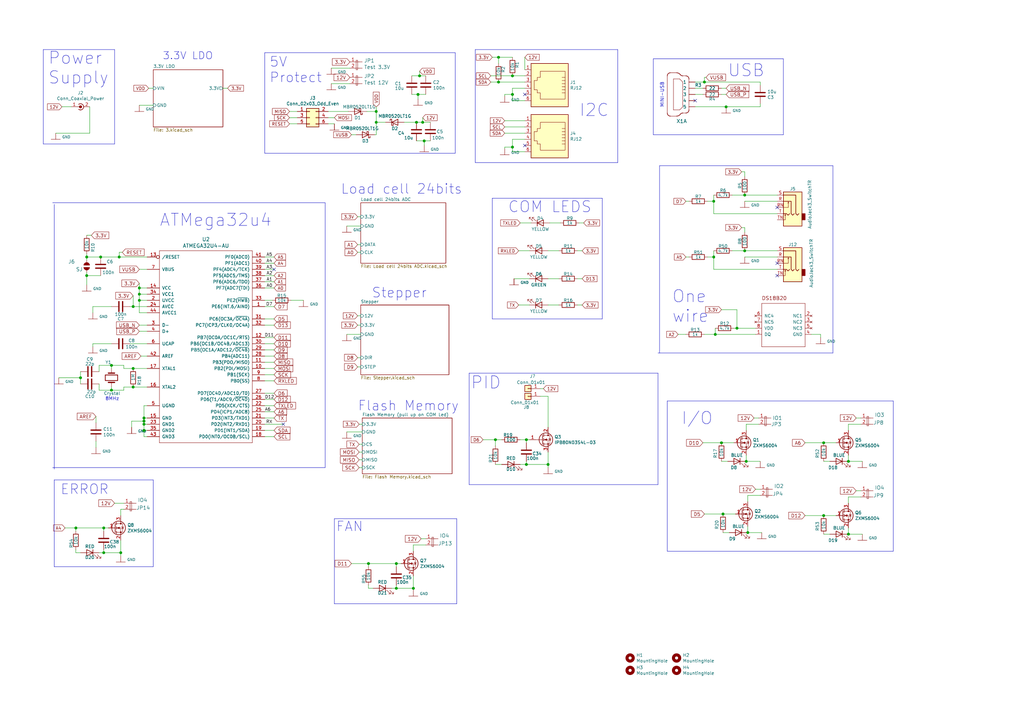
<source format=kicad_sch>
(kicad_sch (version 20200828) (generator eeschema)
  (page 1 5)
  (paper "A3")
  (title_block (title "Bertha") (date "2019-12-03") (company "Hackuarium"))
  (junction (at 31.115 216.535) (diameter 1.016))
  (junction (at 33.02 154.94) (diameter 1.016))
  (junction (at 35.56 105.41) (diameter 1.016))
  (junction (at 35.56 113.03) (diameter 1.016))
  (junction (at 41.275 105.41) (diameter 1.016))
  (junction (at 42.545 216.535) (diameter 1.016))
  (junction (at 42.545 226.695) (diameter 1.016))
  (junction (at 45.72 149.86) (diameter 1.016))
  (junction (at 45.72 160.02) (diameter 1.016))
  (junction (at 48.895 105.41) (diameter 1.016))
  (junction (at 49.53 226.695) (diameter 1.016))
  (junction (at 54.61 125.73) (diameter 1.016))
  (junction (at 54.61 151.13) (diameter 1.016))
  (junction (at 54.61 158.75) (diameter 1.016))
  (junction (at 57.15 118.11) (diameter 1.016))
  (junction (at 57.15 120.65) (diameter 1.016))
  (junction (at 57.15 123.19) (diameter 1.016))
  (junction (at 59.055 171.45) (diameter 1.016))
  (junction (at 59.055 172.72) (diameter 1.016))
  (junction (at 59.055 173.99) (diameter 1.016))
  (junction (at 59.055 176.53) (diameter 1.016))
  (junction (at 151.13 231.14) (diameter 1.016))
  (junction (at 154.305 45.72) (diameter 1.016))
  (junction (at 154.305 50.165) (diameter 1.016))
  (junction (at 162.56 231.14) (diameter 1.016))
  (junction (at 162.56 241.3) (diameter 1.016))
  (junction (at 169.545 241.3) (diameter 1.016))
  (junction (at 170.815 50.165) (diameter 1.016))
  (junction (at 171.45 38.735) (diameter 1.016))
  (junction (at 172.085 31.115) (diameter 1.016))
  (junction (at 173.355 50.165) (diameter 1.016))
  (junction (at 173.99 57.785) (diameter 1.016))
  (junction (at 203.2 180.34) (diameter 1.016))
  (junction (at 204.47 23.495) (diameter 1.016))
  (junction (at 204.47 33.655) (diameter 1.016))
  (junction (at 210.185 31.115) (diameter 1.016))
  (junction (at 210.185 38.735) (diameter 1.016))
  (junction (at 210.185 60.325) (diameter 1.016))
  (junction (at 215.9 180.34) (diameter 1.016))
  (junction (at 215.9 190.5) (diameter 1.016))
  (junction (at 224.79 190.5) (diameter 1.016))
  (junction (at 288.925 33.655) (diameter 1.016))
  (junction (at 292.735 82.55) (diameter 1.016))
  (junction (at 292.735 105.41) (diameter 1.016))
  (junction (at 293.37 137.16) (diameter 1.016))
  (junction (at 295.91 181.61) (diameter 1.016))
  (junction (at 296.545 210.82) (diameter 1.016))
  (junction (at 297.815 43.815) (diameter 1.016))
  (junction (at 302.26 134.62) (diameter 1.016))
  (junction (at 305.435 80.01) (diameter 1.016))
  (junction (at 305.435 102.87) (diameter 1.016))
  (junction (at 306.07 189.23) (diameter 1.016))
  (junction (at 306.705 218.44) (diameter 1.016))
  (junction (at 337.82 181.61) (diameter 1.016))
  (junction (at 337.82 211.455) (diameter 1.016))
  (junction (at 347.98 189.23) (diameter 1.016))
  (junction (at 347.98 219.075) (diameter 1.016))
  (no_connect (at 112.395 110.49))
  (no_connect (at 318.77 113.03))
  (no_connect (at 116.205 173.99))
  (no_connect (at 215.265 59.69))
  (no_connect (at 215.265 38.735))
  (no_connect (at 318.77 85.09))
  (no_connect (at 285.115 41.275))
  (no_connect (at 318.77 107.95))
  (wire (pts (xy 22.86 54.61) (xy 36.83 54.61)))
  (wire (pts (xy 24.13 154.94) (xy 33.02 154.94)))
  (wire (pts (xy 25.4 43.815) (xy 29.21 43.815)))
  (wire (pts (xy 31.115 216.535) (xy 26.67 216.535)))
  (wire (pts (xy 31.115 217.805) (xy 31.115 216.535)))
  (wire (pts (xy 31.115 226.695) (xy 31.115 225.425)))
  (wire (pts (xy 33.02 152.4) (xy 33.02 154.94)))
  (wire (pts (xy 33.02 154.94) (xy 33.02 157.48)))
  (wire (pts (xy 33.02 226.695) (xy 31.115 226.695)))
  (wire (pts (xy 35.56 104.14) (xy 35.56 105.41)))
  (wire (pts (xy 35.56 105.41) (xy 35.56 106.68)))
  (wire (pts (xy 35.56 105.41) (xy 41.275 105.41)))
  (wire (pts (xy 35.56 111.76) (xy 35.56 113.03)))
  (wire (pts (xy 35.56 113.03) (xy 35.56 116.84)))
  (wire (pts (xy 36.83 43.815) (xy 36.83 54.61)))
  (wire (pts (xy 37.465 96.52) (xy 35.56 96.52)))
  (wire (pts (xy 38.1 125.73) (xy 38.1 128.27)))
  (wire (pts (xy 38.1 125.73) (xy 45.72 125.73)))
  (wire (pts (xy 38.1 140.97) (xy 38.1 142.24)))
  (wire (pts (xy 38.1 140.97) (xy 45.72 140.97)))
  (wire (pts (xy 39.37 170.815) (xy 39.37 173.355)))
  (wire (pts (xy 39.37 180.975) (xy 39.37 183.515)))
  (wire (pts (xy 40.64 149.86) (xy 45.72 149.86)))
  (wire (pts (xy 40.64 152.4) (xy 40.64 149.86)))
  (wire (pts (xy 40.64 157.48) (xy 40.64 160.02)))
  (wire (pts (xy 40.64 160.02) (xy 45.72 160.02)))
  (wire (pts (xy 40.64 226.695) (xy 42.545 226.695)))
  (wire (pts (xy 41.275 105.41) (xy 48.895 105.41)))
  (wire (pts (xy 41.275 113.03) (xy 35.56 113.03)))
  (wire (pts (xy 42.545 216.535) (xy 31.115 216.535)))
  (wire (pts (xy 42.545 216.535) (xy 42.545 217.805)))
  (wire (pts (xy 42.545 225.425) (xy 42.545 226.695)))
  (wire (pts (xy 42.545 226.695) (xy 49.53 226.695)))
  (wire (pts (xy 44.45 216.535) (xy 42.545 216.535)))
  (wire (pts (xy 45.72 149.86) (xy 50.8 149.86)))
  (wire (pts (xy 45.72 151.13) (xy 45.72 149.86)))
  (wire (pts (xy 45.72 158.75) (xy 45.72 160.02)))
  (wire (pts (xy 45.72 160.02) (xy 50.8 160.02)))
  (wire (pts (xy 48.895 103.505) (xy 48.895 105.41)))
  (wire (pts (xy 48.895 105.41) (xy 60.325 105.41)))
  (wire (pts (xy 49.53 208.915) (xy 49.53 211.455)))
  (wire (pts (xy 49.53 221.615) (xy 49.53 226.695)))
  (wire (pts (xy 49.53 226.695) (xy 49.53 227.965)))
  (wire (pts (xy 50.165 103.505) (xy 48.895 103.505)))
  (wire (pts (xy 50.8 149.86) (xy 50.8 151.13)))
  (wire (pts (xy 50.8 151.13) (xy 54.61 151.13)))
  (wire (pts (xy 50.8 158.75) (xy 54.61 158.75)))
  (wire (pts (xy 50.8 160.02) (xy 50.8 158.75)))
  (wire (pts (xy 50.8 206.375) (xy 46.99 206.375)))
  (wire (pts (xy 50.8 208.915) (xy 49.53 208.915)))
  (wire (pts (xy 53.34 125.73) (xy 54.61 125.73)))
  (wire (pts (xy 53.34 140.97) (xy 60.325 140.97)))
  (wire (pts (xy 53.975 172.72) (xy 59.055 172.72)))
  (wire (pts (xy 53.975 175.26) (xy 53.975 172.72)))
  (wire (pts (xy 54.61 121.285) (xy 54.61 125.73)))
  (wire (pts (xy 54.61 125.73) (xy 60.325 125.73)))
  (wire (pts (xy 54.61 151.13) (xy 60.325 151.13)))
  (wire (pts (xy 54.61 158.75) (xy 60.325 158.75)))
  (wire (pts (xy 57.15 43.18) (xy 62.865 43.18)))
  (wire (pts (xy 57.15 110.49) (xy 60.325 110.49)))
  (wire (pts (xy 57.15 116.205) (xy 57.15 118.11)))
  (wire (pts (xy 57.15 118.11) (xy 57.15 120.65)))
  (wire (pts (xy 57.15 118.11) (xy 60.325 118.11)))
  (wire (pts (xy 57.15 120.65) (xy 57.15 123.19)))
  (wire (pts (xy 57.15 120.65) (xy 60.325 120.65)))
  (wire (pts (xy 57.15 123.19) (xy 57.15 128.27)))
  (wire (pts (xy 57.15 123.19) (xy 60.325 123.19)))
  (wire (pts (xy 57.15 128.27) (xy 60.325 128.27)))
  (wire (pts (xy 57.15 135.89) (xy 60.325 135.89)))
  (wire (pts (xy 59.055 166.37) (xy 60.325 166.37)))
  (wire (pts (xy 59.055 171.45) (xy 59.055 166.37)))
  (wire (pts (xy 59.055 171.45) (xy 60.325 171.45)))
  (wire (pts (xy 59.055 172.72) (xy 59.055 171.45)))
  (wire (pts (xy 59.055 173.99) (xy 59.055 172.72)))
  (wire (pts (xy 59.055 173.99) (xy 59.055 176.53)))
  (wire (pts (xy 59.055 173.99) (xy 60.325 173.99)))
  (wire (pts (xy 59.055 176.53) (xy 59.055 179.07)))
  (wire (pts (xy 59.055 179.07) (xy 60.325 179.07)))
  (wire (pts (xy 60.325 133.35) (xy 57.15 133.35)))
  (wire (pts (xy 60.325 146.05) (xy 57.785 146.05)))
  (wire (pts (xy 60.325 176.53) (xy 59.055 176.53)))
  (wire (pts (xy 62.865 36.195) (xy 60.96 36.195)))
  (wire (pts (xy 93.345 36.195) (xy 91.44 36.195)))
  (wire (pts (xy 108.585 107.95) (xy 112.395 107.95)))
  (wire (pts (xy 108.585 113.03) (xy 112.395 113.03)))
  (wire (pts (xy 108.585 115.57) (xy 112.395 115.57)))
  (wire (pts (xy 108.585 118.11) (xy 112.395 118.11)))
  (wire (pts (xy 108.585 123.19) (xy 111.76 123.19)))
  (wire (pts (xy 108.585 125.73) (xy 112.395 125.73)))
  (wire (pts (xy 108.585 133.35) (xy 112.395 133.35)))
  (wire (pts (xy 108.585 138.43) (xy 112.395 138.43)))
  (wire (pts (xy 108.585 140.97) (xy 112.395 140.97)))
  (wire (pts (xy 108.585 146.05) (xy 112.395 146.05)))
  (wire (pts (xy 108.585 151.13) (xy 112.395 151.13)))
  (wire (pts (xy 108.585 156.21) (xy 112.395 156.21)))
  (wire (pts (xy 108.585 168.91) (xy 112.395 168.91)))
  (wire (pts (xy 108.585 171.45) (xy 112.395 171.45)))
  (wire (pts (xy 108.585 173.99) (xy 116.205 173.99)))
  (wire (pts (xy 108.585 176.53) (xy 112.395 176.53)))
  (wire (pts (xy 112.395 105.41) (xy 108.585 105.41)))
  (wire (pts (xy 112.395 110.49) (xy 108.585 110.49)))
  (wire (pts (xy 112.395 130.81) (xy 108.585 130.81)))
  (wire (pts (xy 112.395 143.51) (xy 108.585 143.51)))
  (wire (pts (xy 112.395 148.59) (xy 108.585 148.59)))
  (wire (pts (xy 112.395 153.67) (xy 108.585 153.67)))
  (wire (pts (xy 112.395 161.29) (xy 108.585 161.29)))
  (wire (pts (xy 112.395 163.83) (xy 108.585 163.83)))
  (wire (pts (xy 112.395 166.37) (xy 108.585 166.37)))
  (wire (pts (xy 112.395 179.07) (xy 108.585 179.07)))
  (wire (pts (xy 118.745 45.72) (xy 121.92 45.72)))
  (wire (pts (xy 118.745 48.26) (xy 121.92 48.26)))
  (wire (pts (xy 118.745 50.8) (xy 121.92 50.8)))
  (wire (pts (xy 119.38 123.19) (xy 124.46 123.19)))
  (wire (pts (xy 134.62 45.72) (xy 142.875 45.72)))
  (wire (pts (xy 134.62 48.26) (xy 137.16 48.26)))
  (wire (pts (xy 134.62 50.8) (xy 137.16 50.8)))
  (wire (pts (xy 135.89 27.94) (xy 143.51 27.94)))
  (wire (pts (xy 142.24 92.71) (xy 147.955 92.71)))
  (wire (pts (xy 142.24 137.16) (xy 147.955 137.16)))
  (wire (pts (xy 142.24 177.165) (xy 148.59 177.165)))
  (wire (pts (xy 143.51 34.29) (xy 135.89 34.29)))
  (wire (pts (xy 144.145 231.14) (xy 151.13 231.14)))
  (wire (pts (xy 146.05 55.245) (xy 144.145 55.245)))
  (wire (pts (xy 146.685 88.9) (xy 147.955 88.9)))
  (wire (pts (xy 146.685 100.33) (xy 147.955 100.33)))
  (wire (pts (xy 146.685 103.505) (xy 147.955 103.505)))
  (wire (pts (xy 146.685 129.54) (xy 147.955 129.54)))
  (wire (pts (xy 146.685 133.35) (xy 147.955 133.35)))
  (wire (pts (xy 146.685 146.685) (xy 147.955 146.685)))
  (wire (pts (xy 146.685 150.495) (xy 147.955 150.495)))
  (wire (pts (xy 147.32 173.99) (xy 148.59 173.99)))
  (wire (pts (xy 147.32 185.42) (xy 148.59 185.42)))
  (wire (pts (xy 147.32 188.595) (xy 148.59 188.595)))
  (wire (pts (xy 147.32 191.77) (xy 148.59 191.77)))
  (wire (pts (xy 148.59 182.245) (xy 147.32 182.245)))
  (wire (pts (xy 150.495 45.72) (xy 154.305 45.72)))
  (wire (pts (xy 151.13 231.14) (xy 162.56 231.14)))
  (wire (pts (xy 151.13 232.41) (xy 151.13 231.14)))
  (wire (pts (xy 151.13 241.3) (xy 151.13 240.03)))
  (wire (pts (xy 153.035 241.3) (xy 151.13 241.3)))
  (wire (pts (xy 153.67 55.245) (xy 154.305 55.245)))
  (wire (pts (xy 154.305 43.815) (xy 154.305 45.72)))
  (wire (pts (xy 154.305 45.72) (xy 154.305 50.165)))
  (wire (pts (xy 154.305 50.165) (xy 154.305 55.245)))
  (wire (pts (xy 158.115 50.165) (xy 154.305 50.165)))
  (wire (pts (xy 160.655 241.3) (xy 162.56 241.3)))
  (wire (pts (xy 162.56 231.14) (xy 164.465 231.14)))
  (wire (pts (xy 162.56 232.41) (xy 162.56 231.14)))
  (wire (pts (xy 162.56 240.03) (xy 162.56 241.3)))
  (wire (pts (xy 162.56 241.3) (xy 169.545 241.3)))
  (wire (pts (xy 165.735 50.165) (xy 170.815 50.165)))
  (wire (pts (xy 168.91 31.115) (xy 172.085 31.115)))
  (wire (pts (xy 168.91 38.735) (xy 171.45 38.735)))
  (wire (pts (xy 169.545 223.52) (xy 174.625 223.52)))
  (wire (pts (xy 169.545 226.06) (xy 169.545 223.52)))
  (wire (pts (xy 169.545 236.22) (xy 169.545 241.3)))
  (wire (pts (xy 169.545 241.3) (xy 169.545 241.935)))
  (wire (pts (xy 170.815 50.165) (xy 173.355 50.165)))
  (wire (pts (xy 170.815 57.785) (xy 173.99 57.785)))
  (wire (pts (xy 171.45 38.735) (xy 174.625 38.735)))
  (wire (pts (xy 171.45 40.64) (xy 171.45 38.735)))
  (wire (pts (xy 172.085 29.21) (xy 172.085 31.115)))
  (wire (pts (xy 172.085 31.115) (xy 174.625 31.115)))
  (wire (pts (xy 172.72 220.98) (xy 174.625 220.98)))
  (wire (pts (xy 173.355 48.26) (xy 173.355 50.165)))
  (wire (pts (xy 173.355 50.165) (xy 176.53 50.165)))
  (wire (pts (xy 173.99 57.785) (xy 176.53 57.785)))
  (wire (pts (xy 173.99 59.69) (xy 173.99 57.785)))
  (wire (pts (xy 198.12 180.34) (xy 203.2 180.34)))
  (wire (pts (xy 201.295 31.115) (xy 210.185 31.115)))
  (wire (pts (xy 201.295 33.655) (xy 204.47 33.655)))
  (wire (pts (xy 201.93 23.495) (xy 204.47 23.495)))
  (wire (pts (xy 203.2 182.88) (xy 203.2 180.34)))
  (wire (pts (xy 203.2 190.5) (xy 205.74 190.5)))
  (wire (pts (xy 204.47 23.495) (xy 210.185 23.495)))
  (wire (pts (xy 204.47 26.035) (xy 204.47 23.495)))
  (wire (pts (xy 204.47 33.655) (xy 215.265 33.655)))
  (wire (pts (xy 205.74 180.34) (xy 203.2 180.34)))
  (wire (pts (xy 207.01 38.735) (xy 207.01 39.37)))
  (wire (pts (xy 207.01 38.735) (xy 210.185 38.735)))
  (wire (pts (xy 207.01 49.53) (xy 215.265 49.53)))
  (wire (pts (xy 207.01 52.07) (xy 215.265 52.07)))
  (wire (pts (xy 207.01 60.325) (xy 207.01 60.96)))
  (wire (pts (xy 207.01 60.325) (xy 210.185 60.325)))
  (wire (pts (xy 210.185 31.115) (xy 215.265 31.115)))
  (wire (pts (xy 210.185 36.195) (xy 215.265 36.195)))
  (wire (pts (xy 210.185 38.735) (xy 210.185 36.195)))
  (wire (pts (xy 210.185 38.735) (xy 210.185 41.275)))
  (wire (pts (xy 210.185 41.275) (xy 215.265 41.275)))
  (wire (pts (xy 210.185 57.15) (xy 215.265 57.15)))
  (wire (pts (xy 210.185 60.325) (xy 210.185 57.15)))
  (wire (pts (xy 210.185 60.325) (xy 210.185 62.23)))
  (wire (pts (xy 210.185 62.23) (xy 215.265 62.23)))
  (wire (pts (xy 210.82 114.3) (xy 217.17 114.3)))
  (wire (pts (xy 213.36 91.44) (xy 217.805 91.44)))
  (wire (pts (xy 213.36 180.34) (xy 215.9 180.34)))
  (wire (pts (xy 213.36 190.5) (xy 215.9 190.5)))
  (wire (pts (xy 215.265 23.495) (xy 215.265 28.575)))
  (wire (pts (xy 215.265 54.61) (xy 207.01 54.61)))
  (wire (pts (xy 215.9 180.34) (xy 217.17 180.34)))
  (wire (pts (xy 215.9 181.61) (xy 215.9 180.34)))
  (wire (pts (xy 215.9 189.23) (xy 215.9 190.5)))
  (wire (pts (xy 215.9 190.5) (xy 224.79 190.5)))
  (wire (pts (xy 217.17 102.87) (xy 212.725 102.87)))
  (wire (pts (xy 217.17 125.095) (xy 212.725 125.095)))
  (wire (pts (xy 221.615 159.385) (xy 222.885 159.385)))
  (wire (pts (xy 224.79 114.3) (xy 229.235 114.3)))
  (wire (pts (xy 224.79 162.56) (xy 221.615 162.56)))
  (wire (pts (xy 224.79 175.26) (xy 224.79 162.56)))
  (wire (pts (xy 224.79 185.42) (xy 224.79 190.5)))
  (wire (pts (xy 224.79 191.77) (xy 224.79 190.5)))
  (wire (pts (xy 225.425 91.44) (xy 229.87 91.44)))
  (wire (pts (xy 229.235 102.87) (xy 224.79 102.87)))
  (wire (pts (xy 229.235 125.095) (xy 224.79 125.095)))
  (wire (pts (xy 238.76 102.87) (xy 236.855 102.87)))
  (wire (pts (xy 238.76 114.3) (xy 236.855 114.3)))
  (wire (pts (xy 238.76 125.095) (xy 236.855 125.095)))
  (wire (pts (xy 239.395 91.44) (xy 237.49 91.44)))
  (wire (pts (xy 281.305 82.55) (xy 282.575 82.55)))
  (wire (pts (xy 281.305 105.41) (xy 282.575 105.41)))
  (wire (pts (xy 281.305 137.16) (xy 278.13 137.16)))
  (wire (pts (xy 285.115 36.195) (xy 288.29 36.195)))
  (wire (pts (xy 285.115 43.815) (xy 297.815 43.815)))
  (wire (pts (xy 288.29 38.735) (xy 285.115 38.735)))
  (wire (pts (xy 288.29 181.61) (xy 295.91 181.61)))
  (wire (pts (xy 288.925 31.75) (xy 288.925 33.655)))
  (wire (pts (xy 288.925 33.655) (xy 285.115 33.655)))
  (wire (pts (xy 288.925 137.16) (xy 293.37 137.16)))
  (wire (pts (xy 288.925 210.82) (xy 296.545 210.82)))
  (wire (pts (xy 289.56 31.75) (xy 288.925 31.75)))
  (wire (pts (xy 290.195 82.55) (xy 292.735 82.55)))
  (wire (pts (xy 290.195 105.41) (xy 292.735 105.41)))
  (wire (pts (xy 292.735 80.01) (xy 292.735 82.55)))
  (wire (pts (xy 292.735 82.55) (xy 292.735 87.63)))
  (wire (pts (xy 292.735 87.63) (xy 318.77 87.63)))
  (wire (pts (xy 292.735 102.87) (xy 292.735 105.41)))
  (wire (pts (xy 292.735 105.41) (xy 292.735 110.49)))
  (wire (pts (xy 292.735 110.49) (xy 318.77 110.49)))
  (wire (pts (xy 293.37 134.62) (xy 293.37 137.16)))
  (wire (pts (xy 293.37 137.16) (xy 309.88 137.16)))
  (wire (pts (xy 295.91 127) (xy 302.26 127)))
  (wire (pts (xy 295.91 189.23) (xy 298.45 189.23)))
  (wire (pts (xy 296.545 210.82) (xy 301.625 210.82)))
  (wire (pts (xy 296.545 218.44) (xy 299.085 218.44)))
  (wire (pts (xy 297.815 36.195) (xy 295.91 36.195)))
  (wire (pts (xy 297.815 38.735) (xy 295.91 38.735)))
  (wire (pts (xy 297.815 43.815) (xy 311.785 43.815)))
  (wire (pts (xy 300.355 80.01) (xy 305.435 80.01)))
  (wire (pts (xy 300.355 102.87) (xy 305.435 102.87)))
  (wire (pts (xy 300.99 134.62) (xy 302.26 134.62)))
  (wire (pts (xy 300.99 181.61) (xy 295.91 181.61)))
  (wire (pts (xy 302.26 127) (xy 302.26 134.62)))
  (wire (pts (xy 302.26 134.62) (xy 309.88 134.62)))
  (wire (pts (xy 304.165 70.485) (xy 305.435 70.485)))
  (wire (pts (xy 304.165 93.345) (xy 305.435 93.345)))
  (wire (pts (xy 305.435 70.485) (xy 305.435 72.39)))
  (wire (pts (xy 305.435 80.01) (xy 318.77 80.01)))
  (wire (pts (xy 305.435 82.55) (xy 318.77 82.55)))
  (wire (pts (xy 305.435 93.345) (xy 305.435 95.25)))
  (wire (pts (xy 305.435 102.87) (xy 318.77 102.87)))
  (wire (pts (xy 305.435 105.41) (xy 318.77 105.41)))
  (wire (pts (xy 306.07 173.99) (xy 306.07 176.53)))
  (wire (pts (xy 306.07 173.99) (xy 311.15 173.99)))
  (wire (pts (xy 306.07 186.69) (xy 306.07 189.23)))
  (wire (pts (xy 306.07 189.23) (xy 311.785 189.23)))
  (wire (pts (xy 306.705 203.2) (xy 311.785 203.2)))
  (wire (pts (xy 306.705 205.74) (xy 306.705 203.2)))
  (wire (pts (xy 306.705 218.44) (xy 306.705 215.9)))
  (wire (pts (xy 306.705 218.44) (xy 312.42 218.44)))
  (wire (pts (xy 309.245 171.45) (xy 311.15 171.45)))
  (wire (pts (xy 309.88 200.66) (xy 311.785 200.66)))
  (wire (pts (xy 311.785 33.655) (xy 288.925 33.655)))
  (wire (pts (xy 311.785 34.925) (xy 311.785 33.655)))
  (wire (pts (xy 311.785 43.815) (xy 311.785 42.545)))
  (wire (pts (xy 330.2 181.61) (xy 337.82 181.61)))
  (wire (pts (xy 330.2 211.455) (xy 337.82 211.455)))
  (wire (pts (xy 332.74 137.16) (xy 336.55 137.16)))
  (wire (pts (xy 336.55 137.16) (xy 336.55 138.43)))
  (wire (pts (xy 337.82 181.61) (xy 342.9 181.61)))
  (wire (pts (xy 337.82 189.23) (xy 340.36 189.23)))
  (wire (pts (xy 337.82 211.455) (xy 342.9 211.455)))
  (wire (pts (xy 337.82 219.075) (xy 340.36 219.075)))
  (wire (pts (xy 347.98 173.99) (xy 353.06 173.99)))
  (wire (pts (xy 347.98 176.53) (xy 347.98 173.99)))
  (wire (pts (xy 347.98 189.23) (xy 347.98 186.69)))
  (wire (pts (xy 347.98 189.23) (xy 353.695 189.23)))
  (wire (pts (xy 347.98 203.835) (xy 353.06 203.835)))
  (wire (pts (xy 347.98 206.375) (xy 347.98 203.835)))
  (wire (pts (xy 347.98 219.075) (xy 347.98 216.535)))
  (wire (pts (xy 347.98 219.075) (xy 353.695 219.075)))
  (wire (pts (xy 351.155 171.45) (xy 353.06 171.45)))
  (wire (pts (xy 351.155 201.295) (xy 353.06 201.295)))
  (polyline (pts (xy 17.78 20.32) (xy 17.78 59.055)) (stroke (width 0) (type solid)))
  (polyline (pts (xy 17.78 59.055) (xy 46.99 59.055)) (stroke (width 0) (type solid)))
  (polyline (pts (xy 21.59 83.185) (xy 133.35 83.185)) (stroke (width 0) (type solid)))
  (polyline (pts (xy 22.225 83.82) (xy 22.225 192.405)) (stroke (width 0) (type solid)))
  (polyline (pts (xy 22.225 196.85) (xy 22.225 232.41)) (stroke (width 0) (type solid)))
  (polyline (pts (xy 22.225 196.85) (xy 62.865 196.85)) (stroke (width 0) (type solid)))
  (polyline (pts (xy 46.99 20.32) (xy 17.78 20.32)) (stroke (width 0) (type solid)))
  (polyline (pts (xy 46.99 59.055) (xy 46.99 20.32)) (stroke (width 0) (type solid)))
  (polyline (pts (xy 62.865 196.85) (xy 62.865 232.41)) (stroke (width 0) (type solid)))
  (polyline (pts (xy 62.865 232.41) (xy 22.225 232.41)) (stroke (width 0) (type solid)))
  (polyline (pts (xy 108.585 21.59) (xy 108.585 62.865)) (stroke (width 0) (type solid)))
  (polyline (pts (xy 108.585 62.865) (xy 186.69 62.865)) (stroke (width 0) (type solid)))
  (polyline (pts (xy 133.35 83.185) (xy 133.35 191.77)) (stroke (width 0) (type solid)))
  (polyline (pts (xy 133.35 191.77) (xy 21.59 191.77)) (stroke (width 0) (type solid)))
  (polyline (pts (xy 137.16 212.725) (xy 137.16 247.65)) (stroke (width 0) (type solid)))
  (polyline (pts (xy 137.16 212.725) (xy 187.325 212.725)) (stroke (width 0) (type solid)))
  (polyline (pts (xy 137.16 247.65) (xy 187.325 247.65)) (stroke (width 0) (type solid)))
  (polyline (pts (xy 186.69 21.59) (xy 108.585 21.59)) (stroke (width 0) (type solid)))
  (polyline (pts (xy 186.69 62.865) (xy 186.69 21.59)) (stroke (width 0) (type solid)))
  (polyline (pts (xy 187.325 247.65) (xy 187.325 212.725)) (stroke (width 0) (type solid)))
  (polyline (pts (xy 192.405 153.035) (xy 192.405 198.755)) (stroke (width 0) (type solid)))
  (polyline (pts (xy 192.405 153.035) (xy 269.875 153.035)) (stroke (width 0) (type solid)))
  (polyline (pts (xy 192.405 198.755) (xy 269.875 198.755)) (stroke (width 0) (type solid)))
  (polyline (pts (xy 194.945 20.32) (xy 194.945 66.675)) (stroke (width 0) (type solid)))
  (polyline (pts (xy 194.945 66.675) (xy 253.365 66.675)) (stroke (width 0) (type solid)))
  (polyline (pts (xy 201.93 81.28) (xy 201.93 130.81)) (stroke (width 0) (type solid)))
  (polyline (pts (xy 201.93 81.28) (xy 247.015 81.28)) (stroke (width 0) (type solid)))
  (polyline (pts (xy 201.93 130.81) (xy 247.015 130.81)) (stroke (width 0) (type solid)))
  (polyline (pts (xy 247.015 130.81) (xy 247.015 81.28)) (stroke (width 0) (type solid)))
  (polyline (pts (xy 253.365 20.32) (xy 194.945 20.32)) (stroke (width 0) (type solid)))
  (polyline (pts (xy 253.365 20.32) (xy 253.365 66.675)) (stroke (width 0) (type solid)))
  (polyline (pts (xy 267.97 24.13) (xy 267.97 55.245)) (stroke (width 0) (type solid)))
  (polyline (pts (xy 267.97 55.245) (xy 321.31 55.245)) (stroke (width 0) (type solid)))
  (polyline (pts (xy 269.875 144.78) (xy 341.63 144.78)) (stroke (width 0) (type solid)))
  (polyline (pts (xy 269.875 198.755) (xy 269.875 153.035)) (stroke (width 0) (type solid)))
  (polyline (pts (xy 270.51 144.78) (xy 270.51 67.945)) (stroke (width 0) (type solid)))
  (polyline (pts (xy 273.685 164.465) (xy 366.395 164.465)) (stroke (width 0) (type solid)))
  (polyline (pts (xy 273.685 226.06) (xy 273.685 164.465)) (stroke (width 0) (type solid)))
  (polyline (pts (xy 273.685 226.06) (xy 366.395 226.06)) (stroke (width 0) (type solid)))
  (polyline (pts (xy 321.31 24.13) (xy 267.97 24.13)) (stroke (width 0) (type solid)))
  (polyline (pts (xy 321.31 55.245) (xy 321.31 24.13)) (stroke (width 0) (type solid)))
  (polyline (pts (xy 341.63 67.945) (xy 270.51 67.945)) (stroke (width 0) (type solid)))
  (polyline (pts (xy 341.63 144.78) (xy 341.63 67.945)) (stroke (width 0) (type solid)))
  (polyline (pts (xy 366.395 164.465) (xy 366.395 226.06)) (stroke (width 0) (type solid)))
  (text "Power\nSupply\n" (at 19.685 34.925 0) (effects (font (size 5.0038 5.0038)) (justify left bottom)))
  (text "ERROR" (at 24.765 203.2 0) (effects (font (size 3.9878 3.9878)) (justify left bottom)))
  (text "8MHz\n" (at 43.18 164.465 0) (effects (font (size 1.397 1.397)) (justify left bottom)))
  (text "ATMega32u4\n" (at 65.405 93.345 0) (effects (font (size 5.0038 5.0038)) (justify left bottom)))
  (text "3.3V LDO" (at 66.675 24.765 0) (effects (font (size 2.9972 2.9972)) (justify left bottom)))
  (text "5V \nProtect\n" (at 110.49 34.29 0) (effects (font (size 3.9878 3.9878)) (justify left bottom)))
  (text "FAN" (at 137.795 218.44 0) (effects (font (size 3.9878 3.9878)) (justify left bottom)))
  (text "Load cell 24bits" (at 139.7 80.01 0) (effects (font (size 3.9878 3.9878)) (justify left bottom)))
  (text "Flash Memory" (at 146.685 168.91 0) (effects (font (size 3.9878 3.9878)) (justify left bottom)))
  (text "Stepper" (at 152.4 122.555 0) (effects (font (size 3.9878 3.9878)) (justify left bottom)))
  (text "PID" (at 193.04 160.02 0) (effects (font (size 5.0038 5.0038)) (justify left bottom)))
  (text "COM LEDS" (at 208.28 87.63 0) (effects (font (size 4.4958 4.4958)) (justify left bottom)))
  (text "I2C" (at 237.49 48.26 0) (effects (font (size 5.0038 5.0038)) (justify left bottom)))
  (text "MINI-USB" (at 272.415 33.655 270) (effects (font (size 1.397 1.397)) (justify right bottom)))
  (text "One\nwire\n" (at 275.59 132.715 0) (effects (font (size 5.0038 5.0038)) (justify left bottom)))
  (text "I/O" (at 279.4 174.625 0) (effects (font (size 5.0038 5.0038)) (justify left bottom)))
  (text "USB\n\n" (at 298.45 40.005 0) (effects (font (size 5.0038 5.0038)) (justify left bottom)))
  (label "D12" (at 108.585 163.83 0))
  (label "A6" (at 108.585 168.91 0))
  (label "A5" (at 109.22 105.41 0))
  (label "A4" (at 109.22 107.95 0))
  (label "A3" (at 109.22 110.49 0))
  (label "A2" (at 111.76 113.03 180))
  (label "A1" (at 111.76 115.57 180))
  (label "A0" (at 111.76 118.11 180))
  (label "D7" (at 111.76 125.73 180))
  (label "RX" (at 111.76 173.99 180))
  (label "D11" (at 112.395 138.43 180))
  (global_label "12V" (shape input) (at 25.4 43.815 180))
  (global_label "A4" (shape input) (at 26.67 216.535 180))
  (global_label "3.3V" (shape input) (at 37.465 96.52 0) (effects (font (size 1.397 1.397))))
  (global_label "AREF" (shape input) (at 39.37 170.815 180) (effects (font (size 1.397 1.397))))
  (global_label "12V" (shape input) (at 46.99 206.375 180) (effects (font (size 1.397 1.397))))
  (global_label "RESET" (shape input) (at 50.165 103.505 0) (effects (font (size 1.397 1.397))))
  (global_label "3.3V" (shape input) (at 54.61 121.285 180) (effects (font (size 1.397 1.397))))
  (global_label "VUSB" (shape input) (at 57.15 110.49 180) (effects (font (size 1.397 1.397))))
  (global_label "3.3V" (shape input) (at 57.15 116.205 180) (effects (font (size 1.397 1.397))))
  (global_label "USB_N" (shape input) (at 57.15 133.35 180) (effects (font (size 1.397 1.397))))
  (global_label "USB_P" (shape input) (at 57.15 135.89 180) (effects (font (size 1.397 1.397))))
  (global_label "AREF" (shape input) (at 57.785 146.05 180) (effects (font (size 1.397 1.397))))
  (global_label "VDD" (shape input) (at 60.96 36.195 180))
  (global_label "3.3V" (shape input) (at 93.345 36.195 0))
  (global_label "A5" (shape input) (at 112.395 105.41 0))
  (global_label "A4" (shape input) (at 112.395 107.95 0))
  (global_label "A2" (shape input) (at 112.395 113.03 0))
  (global_label "A1" (shape input) (at 112.395 115.57 0))
  (global_label "A0" (shape input) (at 112.395 118.11 0))
  (global_label "D7" (shape input) (at 112.395 125.73 0) (effects (font (size 1.397 1.397))))
  (global_label "D5" (shape input) (at 112.395 130.81 0) (effects (font (size 1.397 1.397))))
  (global_label "D13" (shape input) (at 112.395 133.35 0) (effects (font (size 1.397 1.397))))
  (global_label "D11" (shape input) (at 112.395 138.43 0) (effects (font (size 1.397 1.397))))
  (global_label "D10" (shape input) (at 112.395 140.97 0) (effects (font (size 1.397 1.397))))
  (global_label "D9" (shape input) (at 112.395 143.51 0) (effects (font (size 1.397 1.397))))
  (global_label "D8" (shape input) (at 112.395 146.05 0) (effects (font (size 1.397 1.397))))
  (global_label "MISO" (shape input) (at 112.395 148.59 0) (effects (font (size 1.397 1.397))))
  (global_label "MOSI" (shape input) (at 112.395 151.13 0) (effects (font (size 1.397 1.397))))
  (global_label "SCK" (shape input) (at 112.395 153.67 0) (effects (font (size 1.397 1.397))))
  (global_label "RXLED" (shape input) (at 112.395 156.21 0) (effects (font (size 1.397 1.397))))
  (global_label "D6" (shape input) (at 112.395 161.29 0) (effects (font (size 1.397 1.397))))
  (global_label "D12" (shape input) (at 112.395 163.83 0) (effects (font (size 1.397 1.397))))
  (global_label "TXLED" (shape input) (at 112.395 166.37 0) (effects (font (size 1.397 1.397))))
  (global_label "A6" (shape input) (at 112.395 168.91 0) (effects (font (size 1.397 1.397))))
  (global_label "TX" (shape input) (at 112.395 171.45 0) (effects (font (size 1.397 1.397))))
  (global_label "SDA" (shape input) (at 112.395 176.53 0) (effects (font (size 1.397 1.397))))
  (global_label "SCL" (shape input) (at 112.395 179.07 0) (effects (font (size 1.397 1.397))))
  (global_label "MISO" (shape input) (at 118.745 45.72 180))
  (global_label "SCK" (shape input) (at 118.745 48.26 180))
  (global_label "RESET" (shape input) (at 118.745 50.8 180))
  (global_label "MOSI" (shape input) (at 137.16 48.26 0))
  (global_label "3.3V" (shape input) (at 143.51 25.4 180) (effects (font (size 1.397 1.397))))
  (global_label "12V" (shape input) (at 143.51 31.75 180) (effects (font (size 1.397 1.397))))
  (global_label "VUSB" (shape input) (at 144.145 55.245 180))
  (global_label "D11" (shape input) (at 144.145 231.14 180) (effects (font (size 1.397 1.397))))
  (global_label "3.3V" (shape input) (at 146.685 88.9 180))
  (global_label "A1" (shape input) (at 146.685 100.33 180) (effects (font (size 1.397 1.397))))
  (global_label "A0" (shape input) (at 146.685 103.505 180) (effects (font (size 1.397 1.397))))
  (global_label "12V" (shape input) (at 146.685 129.54 180))
  (global_label "3.3V" (shape input) (at 146.685 133.35 180))
  (global_label "D8" (shape input) (at 146.685 146.685 180) (effects (font (size 1.397 1.397))))
  (global_label "D9" (shape input) (at 146.685 150.495 180) (effects (font (size 1.397 1.397))))
  (global_label "3.3V" (shape input) (at 147.32 173.99 180))
  (global_label "TX" (shape input) (at 147.32 182.245 180) (effects (font (size 1.397 1.397))))
  (global_label "MOSI" (shape input) (at 147.32 185.42 180) (effects (font (size 1.397 1.397))))
  (global_label "MISO" (shape input) (at 147.32 188.595 180) (effects (font (size 1.397 1.397))))
  (global_label "SCK" (shape input) (at 147.32 191.77 180) (effects (font (size 1.397 1.397))))
  (global_label "VDD" (shape input) (at 154.305 43.815 90))
  (global_label "VDD" (shape input) (at 172.085 29.21 0))
  (global_label "12V" (shape input) (at 172.72 220.98 180) (effects (font (size 1.397 1.397))))
  (global_label "12V" (shape input) (at 173.355 48.26 0))
  (global_label "D6" (shape input) (at 198.12 180.34 180))
  (global_label "SCL" (shape input) (at 201.295 31.115 180))
  (global_label "SDA" (shape input) (at 201.295 33.655 180))
  (global_label "3.3V" (shape input) (at 201.93 23.495 180))
  (global_label "12V" (shape input) (at 207.01 49.53 180))
  (global_label "SCL" (shape input) (at 207.01 52.07 180))
  (global_label "SDA" (shape input) (at 207.01 54.61 180))
  (global_label "RXLED" (shape input) (at 212.725 102.87 180))
  (global_label "TX" (shape input) (at 212.725 125.095 180))
  (global_label "TXLED" (shape input) (at 213.36 91.44 180))
  (global_label "12V" (shape input) (at 215.265 23.495 0))
  (global_label "12V" (shape input) (at 222.885 159.385 0))
  (global_label "3.3V" (shape input) (at 238.76 102.87 0))
  (global_label "D13" (shape input) (at 238.76 114.3 0))
  (global_label "3.3V" (shape input) (at 238.76 125.095 0))
  (global_label "3.3V" (shape input) (at 239.395 91.44 0))
  (global_label "A2" (shape input) (at 278.13 137.16 180))
  (global_label "D7" (shape input) (at 281.305 82.55 180))
  (global_label "A5" (shape input) (at 281.305 105.41 180))
  (global_label "D10" (shape input) (at 288.29 181.61 180) (effects (font (size 1.397 1.397))))
  (global_label "D5" (shape input) (at 288.925 210.82 180) (effects (font (size 1.397 1.397))))
  (global_label "VUSB" (shape input) (at 289.56 31.75 0) (effects (font (size 1.397 1.397))))
  (global_label "3.3V" (shape input) (at 295.91 127 180))
  (global_label "USB_N" (shape input) (at 297.815 36.195 0) (effects (font (size 1.397 1.397))))
  (global_label "USB_P" (shape input) (at 297.815 38.735 0) (effects (font (size 1.397 1.397))))
  (global_label "3.3V" (shape input) (at 304.165 70.485 180))
  (global_label "3.3V" (shape input) (at 304.165 93.345 180))
  (global_label "12V" (shape input) (at 309.245 171.45 180) (effects (font (size 1.397 1.397))))
  (global_label "12V" (shape input) (at 309.88 200.66 180) (effects (font (size 1.397 1.397))))
  (global_label "A6" (shape input) (at 330.2 181.61 180) (effects (font (size 1.397 1.397))))
  (global_label "D12" (shape input) (at 330.2 211.455 180) (effects (font (size 1.397 1.397))))
  (global_label "12V" (shape input) (at 351.155 171.45 180) (effects (font (size 1.397 1.397))))
  (global_label "12V" (shape input) (at 351.155 201.295 180) (effects (font (size 1.397 1.397))))
  (symbol (lib_id "Mechanical:MountingHole") (at 258.445 269.875 0) (unit 1)
    (property "Reference" "H1" (at 260.985 268.7066 0) (effects (justify left)))
    (property "Value" "MountingHole" (at 260.985 271.018 0) (effects (justify left)))
    (property "Footprint" "MountingHole:MountingHole_3.2mm_M3" (effects hide))
  )
  (symbol (lib_id "Mechanical:MountingHole") (at 258.445 274.955 0) (unit 1)
    (property "Reference" "H3" (at 260.985 273.7866 0) (effects (justify left)))
    (property "Value" "MountingHole" (at 260.985 276.098 0) (effects (justify left)))
    (property "Footprint" "MountingHole:MountingHole_3.2mm_M3" (effects hide))
  )
  (symbol (lib_id "Mechanical:MountingHole") (at 277.495 269.875 0) (unit 1)
    (property "Reference" "H2" (at 280.035 268.7066 0) (effects (justify left)))
    (property "Value" "MountingHole" (at 280.035 271.018 0) (effects (justify left)))
    (property "Footprint" "MountingHole:MountingHole_3.2mm_M3" (effects hide))
  )
  (symbol (lib_id "Mechanical:MountingHole") (at 277.495 274.955 0) (unit 1)
    (property "Reference" "H4" (at 280.035 273.7866 0) (effects (justify left)))
    (property "Value" "MountingHole" (at 280.035 276.098 0) (effects (justify left)))
    (property "Footprint" "MountingHole:MountingHole_3.2mm_M3" (effects hide))
  )
  (symbol (lib_id "Bertha_main-eagle-import:SJ") (at 35.56 109.22 270) (unit 1)
    (property "Reference" "J6" (at 27.94 107.315 90) (effects (font (size 1.4986 1.4986)) (justify left)))
    (property "Value" "SJ" (at 31.115 110.49 90) (effects (font (size 1.4986 1.4986)) (justify left)))
    (property "Footprint" "Connector_PinHeader_2.54mm:PinHeader_1x02_P2.54mm_Vertical" (effects hide))
  )
  (symbol (lib_id "Bertha_main-eagle-import:GND") (at 22.86 57.15 0) (unit 1)
    (property "Reference" "#07" (effects hide))
    (property "Value" "GND" (at 25.4762 56.1848 0) (effects (font (size 1.0668 1.0668)) (justify left)))
  )
  (symbol (lib_id "Bertha_main-eagle-import:GND") (at 24.13 157.48 0) (unit 1)
    (property "Reference" "#016" (effects hide))
    (property "Value" "GND" (at 26.7462 156.5148 0) (effects (font (size 1.0668 1.0668)) (justify left)))
  )
  (symbol (lib_id "Bertha_main-eagle-import:GND") (at 35.56 119.38 0) (unit 1)
    (property "Reference" "#012" (effects hide))
    (property "Value" "GND" (at 38.1762 118.4148 0) (effects (font (size 1.0668 1.0668)) (justify left)))
  )
  (symbol (lib_id "Bertha_main-eagle-import:GND") (at 38.1 130.81 0) (unit 1)
    (property "Reference" "#014" (effects hide))
    (property "Value" "GND" (at 40.7162 129.8448 0) (effects (font (size 1.0668 1.0668)) (justify left)))
  )
  (symbol (lib_id "Bertha_main-eagle-import:GND") (at 38.1 144.78 0) (unit 1)
    (property "Reference" "#U04" (effects hide))
    (property "Value" "GND" (at 40.7162 143.8148 0) (effects (font (size 1.0668 1.0668)) (justify left)))
  )
  (symbol (lib_id "Bertha_main-eagle-import:GND") (at 39.37 186.055 0) (unit 1)
    (property "Reference" "#019" (effects hide))
    (property "Value" "GND" (at 41.9862 185.0898 0) (effects (font (size 1.0668 1.0668)) (justify left)))
  )
  (symbol (lib_id "Bertha_main-eagle-import:GND") (at 49.53 230.505 0) (unit 1)
    (property "Reference" "#0102" (effects hide))
    (property "Value" "GND" (at 52.1462 229.5398 0) (effects (font (size 1.0668 1.0668)) (justify left)))
  )
  (symbol (lib_id "Bertha_main-eagle-import:GND") (at 53.975 177.8 0) (unit 1)
    (property "Reference" "#017" (effects hide))
    (property "Value" "GND" (at 56.5912 176.8348 0) (effects (font (size 1.0668 1.0668)) (justify left)))
  )
  (symbol (lib_id "Bertha_main-eagle-import:GND") (at 57.15 45.72 0) (unit 1)
    (property "Reference" "#04" (effects hide))
    (property "Value" "GND" (at 59.7662 44.7548 0) (effects (font (size 1.0668 1.0668)) (justify left)))
  )
  (symbol (lib_id "Bertha_main-eagle-import:GND") (at 124.46 125.73 0) (unit 1)
    (property "Reference" "#013" (effects hide))
    (property "Value" "GND" (at 127.0762 124.7648 0) (effects (font (size 1.0668 1.0668)) (justify left)))
  )
  (symbol (lib_id "Bertha_main-eagle-import:GND") (at 135.89 30.48 0) (unit 1)
    (property "Reference" "#01" (effects hide))
    (property "Value" "GND" (at 138.5062 29.5148 0) (effects (font (size 1.0668 1.0668)) (justify left)))
  )
  (symbol (lib_id "Bertha_main-eagle-import:GND") (at 135.89 36.83 0) (unit 1)
    (property "Reference" "#U01" (effects hide))
    (property "Value" "GND" (at 138.5062 35.8648 0) (effects (font (size 1.0668 1.0668)) (justify left)))
  )
  (symbol (lib_id "Bertha_main-eagle-import:GND") (at 137.16 53.34 0) (unit 1)
    (property "Reference" "#06" (effects hide))
    (property "Value" "GND" (at 139.7762 52.3748 0) (effects (font (size 1.0668 1.0668)) (justify left)))
  )
  (symbol (lib_id "Bertha_main-eagle-import:GND") (at 142.24 95.25 0) (unit 1)
    (property "Reference" "#010" (effects hide))
    (property "Value" "GND" (at 144.8562 94.2848 0) (effects (font (size 1.0668 1.0668)) (justify left)))
  )
  (symbol (lib_id "Bertha_main-eagle-import:GND") (at 142.24 139.7 0) (unit 1)
    (property "Reference" "#015" (effects hide))
    (property "Value" "GND" (at 144.8562 138.7348 0) (effects (font (size 1.0668 1.0668)) (justify left)))
  )
  (symbol (lib_id "Bertha_main-eagle-import:GND") (at 142.24 179.705 0) (unit 1)
    (property "Reference" "#018" (effects hide))
    (property "Value" "GND" (at 144.8562 178.7398 0) (effects (font (size 1.0668 1.0668)) (justify left)))
  )
  (symbol (lib_id "Bertha_main-eagle-import:GND") (at 169.545 244.475 0) (unit 1)
    (property "Reference" "#U0103" (effects hide))
    (property "Value" "GND" (at 172.1612 243.5098 0) (effects (font (size 1.0668 1.0668)) (justify left)))
  )
  (symbol (lib_id "Bertha_main-eagle-import:GND") (at 171.45 43.18 0) (unit 1)
    (property "Reference" "#03" (effects hide))
    (property "Value" "GND" (at 174.0662 42.2148 0) (effects (font (size 1.0668 1.0668)) (justify left)))
  )
  (symbol (lib_id "Bertha_main-eagle-import:GND") (at 173.99 62.23 0) (unit 1)
    (property "Reference" "#08" (effects hide))
    (property "Value" "GND" (at 176.6062 61.2648 0) (effects (font (size 1.0668 1.0668)) (justify left)))
  )
  (symbol (lib_id "Bertha_main-eagle-import:GND") (at 207.01 41.91 0) (unit 1)
    (property "Reference" "#02" (effects hide))
    (property "Value" "GND" (at 209.6262 40.9448 0) (effects (font (size 1.0668 1.0668)) (justify left)))
  )
  (symbol (lib_id "Bertha_main-eagle-import:GND") (at 207.01 63.5 0) (unit 1)
    (property "Reference" "#U02" (effects hide))
    (property "Value" "GND" (at 209.6262 62.5348 0) (effects (font (size 1.0668 1.0668)) (justify left)))
  )
  (symbol (lib_id "Bertha_main-eagle-import:GND") (at 210.82 116.84 0) (unit 1)
    (property "Reference" "#011" (effects hide))
    (property "Value" "GND" (at 213.4362 115.8748 0) (effects (font (size 1.0668 1.0668)) (justify left)))
  )
  (symbol (lib_id "Bertha_main-eagle-import:GND") (at 224.79 194.31 0) (unit 1)
    (property "Reference" "#020" (effects hide))
    (property "Value" "GND" (at 227.4062 193.3448 0) (effects (font (size 1.0668 1.0668)) (justify left)))
  )
  (symbol (lib_id "Bertha_main-eagle-import:GND") (at 297.815 46.355 0) (unit 1)
    (property "Reference" "#05" (effects hide))
    (property "Value" "GND" (at 300.4312 45.3898 0) (effects (font (size 1.0668 1.0668)) (justify left)))
  )
  (symbol (lib_id "Bertha_main-eagle-import:GND") (at 305.435 85.09 0) (unit 1)
    (property "Reference" "#09" (effects hide))
    (property "Value" "GND" (at 308.0512 84.1248 0) (effects (font (size 1.0668 1.0668)) (justify left)))
  )
  (symbol (lib_id "Bertha_main-eagle-import:GND") (at 305.435 107.95 0) (unit 1)
    (property "Reference" "#0101" (effects hide))
    (property "Value" "GND" (at 308.0512 106.9848 0) (effects (font (size 1.0668 1.0668)) (justify left)))
  )
  (symbol (lib_id "Bertha_main-eagle-import:GND") (at 311.785 191.77 0) (unit 1)
    (property "Reference" "#U05" (effects hide))
    (property "Value" "GND" (at 314.4012 190.8048 0) (effects (font (size 1.0668 1.0668)) (justify left)))
  )
  (symbol (lib_id "Bertha_main-eagle-import:GND") (at 312.42 220.98 0) (unit 1)
    (property "Reference" "#U06" (effects hide))
    (property "Value" "GND" (at 315.0362 220.0148 0) (effects (font (size 1.0668 1.0668)) (justify left)))
  )
  (symbol (lib_id "Bertha_main-eagle-import:GND") (at 336.55 140.97 0) (unit 1)
    (property "Reference" "#U03" (effects hide))
    (property "Value" "GND" (at 339.1662 140.0048 0) (effects (font (size 1.0668 1.0668)) (justify left)))
  )
  (symbol (lib_id "Bertha_main-eagle-import:GND") (at 353.695 191.77 0) (unit 1)
    (property "Reference" "#U0102" (effects hide))
    (property "Value" "GND" (at 356.3112 190.8048 0) (effects (font (size 1.0668 1.0668)) (justify left)))
  )
  (symbol (lib_id "Bertha_main-eagle-import:GND") (at 353.695 221.615 0) (unit 1)
    (property "Reference" "#U0101" (effects hide))
    (property "Value" "GND" (at 356.3112 220.6498 0) (effects (font (size 1.0668 1.0668)) (justify left)))
  )
  (symbol (lib_id "Device:R") (at 31.115 221.615 0) (unit 1)
    (property "Reference" "R54" (at 29.21 224.79 90) (effects (justify left)))
    (property "Value" "10k" (at 31.115 223.52 90) (effects (justify left)))
    (property "Footprint" "Resistor_SMD:R_0805_2012Metric_Pad1.15x1.40mm_HandSolder" (effects hide))
    (property "Datasheet" "https://www.mouser.com/datasheet/2/219/RK73H-1825326.pdf" (effects hide))
    (property "Description" "Thick Film Resistors - SMD 1/4W 10K OHM 1%" (effects hide))
    (property "MFN" "KOA Speer " (effects hide))
    (property "MFP" "RK73H2ATTD1002F" (effects hide))
    (property "S1PL" "https://www.mouser.com/ProductDetail/KOA-Speer/RK73H2ATTD1002F?qs=sGAEpiMZZMtlubZbdhIBIADEshVnklemK%252BhrLNEuMe8%3D" (effects hide))
    (property "S1PN" " 660-RK73H2ATTD1002F " (effects hide))
  )
  (symbol (lib_id "Device:R") (at 35.56 100.33 0) (unit 1)
    (property "Reference" "R10" (at 38.1 103.505 90) (effects (justify left)))
    (property "Value" "10k" (at 35.56 102.235 90) (effects (justify left)))
    (property "Footprint" "Resistor_SMD:R_0805_2012Metric_Pad1.15x1.40mm_HandSolder" (effects hide))
    (property "Datasheet" "https://www.mouser.com/datasheet/2/219/RK73H-1825326.pdf" (effects hide))
    (property "Description" "Thick Film Resistors - SMD 1/4W 10K OHM 1%" (effects hide))
    (property "MFN" "KOA Speer " (effects hide))
    (property "MFP" "RK73H2ATTD1002F" (effects hide))
    (property "S1PL" "https://www.mouser.com/ProductDetail/KOA-Speer/RK73H2ATTD1002F?qs=sGAEpiMZZMtlubZbdhIBIADEshVnklemK%252BhrLNEuMe8%3D" (effects hide))
    (property "S1PN" " 660-RK73H2ATTD1002F " (effects hide))
  )
  (symbol (lib_id "Device:R") (at 54.61 154.94 0) (unit 1)
    (property "Reference" "R18" (at 57.15 158.115 90) (effects (justify left)))
    (property "Value" "1M" (at 54.61 156.21 90) (effects (justify left)))
    (property "Footprint" "Resistor_SMD:R_0805_2012Metric_Pad1.15x1.40mm_HandSolder" (effects hide))
    (property "Datasheet" "https://www.mouser.com/datasheet/2/427/crcwce3-1762584.pdf" (effects hide))
    (property "Description" "Thick Film Resistors - SMD 1/8Watt 1Mohms 1% Commercial Use" (effects hide))
    (property "MFN" "Vishay / Dale " (effects hide))
    (property "MFP" "CRCW08051M00FKEAC " (effects hide))
    (property "S1PL" "https://www.mouser.com/ProductDetail/Vishay-Dale/CRCW08051M00FKEAC?qs=sGAEpiMZZMtlubZbdhIBIIZe04wfiaJWumBK5p1HGl0%3D" (effects hide))
    (property "S1PN" " 71-CRCW08051M00FKEAC " (effects hide))
  )
  (symbol (lib_id "Device:R") (at 115.57 123.19 270) (unit 1)
    (property "Reference" "R15" (at 115.57 121.285 90))
    (property "Value" "10k" (at 115.57 123.19 90))
    (property "Footprint" "Resistor_SMD:R_0805_2012Metric_Pad1.15x1.40mm_HandSolder" (effects hide))
    (property "Datasheet" "https://www.mouser.com/datasheet/2/219/RK73H-1825326.pdf" (effects hide))
    (property "Description" "Thick Film Resistors - SMD 1/4W 10K OHM 1%" (effects hide))
    (property "MFN" "KOA Speer " (effects hide))
    (property "MFP" "RK73H2ATTD1002F" (effects hide))
    (property "S1PL" "https://www.mouser.com/ProductDetail/KOA-Speer/RK73H2ATTD1002F?qs=sGAEpiMZZMtlubZbdhIBIADEshVnklemK%252BhrLNEuMe8%3D" (effects hide))
    (property "S1PN" " 660-RK73H2ATTD1002F " (effects hide))
  )
  (symbol (lib_id "Device:R") (at 151.13 236.22 0) (unit 1)
    (property "Reference" "R55" (at 149.225 239.395 90) (effects (justify left)))
    (property "Value" "10k" (at 151.13 238.125 90) (effects (justify left)))
    (property "Footprint" "Resistor_SMD:R_0805_2012Metric_Pad1.15x1.40mm_HandSolder" (effects hide))
    (property "Datasheet" "https://www.mouser.com/datasheet/2/219/RK73H-1825326.pdf" (effects hide))
    (property "Description" "Thick Film Resistors - SMD 1/4W 10K OHM 1%" (effects hide))
    (property "MFN" "KOA Speer " (effects hide))
    (property "MFP" "RK73H2ATTD1002F" (effects hide))
    (property "S1PL" "https://www.mouser.com/ProductDetail/KOA-Speer/RK73H2ATTD1002F?qs=sGAEpiMZZMtlubZbdhIBIADEshVnklemK%252BhrLNEuMe8%3D" (effects hide))
    (property "S1PN" " 660-RK73H2ATTD1002F " (effects hide))
  )
  (symbol (lib_id "Device:R") (at 203.2 186.69 0) (unit 1)
    (property "Reference" "R21" (at 201.295 189.865 90) (effects (justify left)))
    (property "Value" "10k" (at 203.2 188.595 90) (effects (justify left)))
    (property "Footprint" "Resistor_SMD:R_0805_2012Metric_Pad1.15x1.40mm_HandSolder" (effects hide))
    (property "Datasheet" "https://www.mouser.com/datasheet/2/219/RK73H-1825326.pdf" (effects hide))
    (property "Description" "Thick Film Resistors - SMD 1/4W 10K OHM 1%" (effects hide))
    (property "MFN" "KOA Speer " (effects hide))
    (property "MFP" "RK73H2ATTD1002F" (effects hide))
    (property "S1PL" "https://www.mouser.com/ProductDetail/KOA-Speer/RK73H2ATTD1002F?qs=sGAEpiMZZMtlubZbdhIBIADEshVnklemK%252BhrLNEuMe8%3D" (effects hide))
    (property "S1PN" " 660-RK73H2ATTD1002F " (effects hide))
  )
  (symbol (lib_id "Device:R") (at 204.47 29.845 0) (unit 1)
    (property "Reference" "R2" (at 206.375 29.845 90) (effects (justify left)))
    (property "Value" "10k" (at 204.47 31.115 90) (effects (justify left)))
    (property "Footprint" "Resistor_SMD:R_0805_2012Metric_Pad1.15x1.40mm_HandSolder" (effects hide))
    (property "Datasheet" "https://www.mouser.com/datasheet/2/219/RK73H-1825326.pdf" (effects hide))
    (property "Description" "Thick Film Resistors - SMD 1/4W 10K OHM 1%" (effects hide))
    (property "MFN" "KOA Speer " (effects hide))
    (property "MFP" "RK73H2ATTD1002F" (effects hide))
    (property "S1PL" "https://www.mouser.com/ProductDetail/KOA-Speer/RK73H2ATTD1002F?qs=sGAEpiMZZMtlubZbdhIBIADEshVnklemK%252BhrLNEuMe8%3D" (effects hide))
    (property "S1PN" " 660-RK73H2ATTD1002F " (effects hide))
  )
  (symbol (lib_id "Device:R") (at 209.55 180.34 270) (unit 1)
    (property "Reference" "R19" (at 206.375 178.435 90) (effects (justify left)))
    (property "Value" "100" (at 207.645 180.34 90) (effects (justify left)))
    (property "Footprint" "Resistor_SMD:R_0805_2012Metric_Pad1.15x1.40mm_HandSolder" (effects hide))
    (property "Datasheet" "https://www.mouser.com/datasheet/2/54/Bourns_CMP_Datasheet_05.28.20-1854233.pdf" (effects hide))
    (property "Description" "Thick Film Resistors - SMD 100 OHM 1% 1/2W TC100" (effects hide))
    (property "MFN" "Bourns " (effects hide))
    (property "MFP" "CMP0805-FX-1000ELF" (effects hide))
    (property "S1PL" "https://www.mouser.com/ProductDetail/Bourns/CMP0805-FX-1000ELF?qs=sGAEpiMZZMtlubZbdhIBIIPWN1VQSu3wb553eGoanZQ%3D" (effects hide))
    (property "S1PN" " 652-CMP0805-FX-1000L " (effects hide))
  )
  (symbol (lib_id "Device:R") (at 210.185 27.305 0) (unit 1)
    (property "Reference" "R1" (at 212.09 27.94 90) (effects (justify left)))
    (property "Value" "10k" (at 210.185 29.21 90) (effects (justify left)))
    (property "Footprint" "Resistor_SMD:R_0805_2012Metric_Pad1.15x1.40mm_HandSolder" (effects hide))
    (property "Datasheet" "https://www.mouser.com/datasheet/2/219/RK73H-1825326.pdf" (effects hide))
    (property "Description" "Thick Film Resistors - SMD 1/4W 10K OHM 1%" (effects hide))
    (property "MFN" "KOA Speer " (effects hide))
    (property "MFP" "RK73H2ATTD1002F" (effects hide))
    (property "S1PL" "https://www.mouser.com/ProductDetail/KOA-Speer/RK73H2ATTD1002F?qs=sGAEpiMZZMtlubZbdhIBIADEshVnklemK%252BhrLNEuMe8%3D" (effects hide))
    (property "S1PN" " 660-RK73H2ATTD1002F " (effects hide))
  )
  (symbol (lib_id "Device:R") (at 233.045 102.87 270) (unit 1)
    (property "Reference" "R11" (at 233.045 100.965 90))
    (property "Value" "1k" (at 233.045 102.87 90))
    (property "Footprint" "Resistor_SMD:R_0805_2012Metric_Pad1.15x1.40mm_HandSolder" (effects hide))
    (property "Datasheet" "https://www.mouser.com/datasheet/2/427/crcwce3-1762584.pdf" (effects hide))
    (property "Description" "Thick Film Resistors - SMD 1/8Watt 1Kohms 5% Commercial Use" (effects hide))
    (property "MFN" "Vishay / Dale " (effects hide))
    (property "MFP" "CRCW08051K00JNEAC " (effects hide))
    (property "S1PL" "https://www.mouser.com/ProductDetail/Vishay-Dale/CRCW08051K00JNEAC?qs=sGAEpiMZZMtlubZbdhIBIIZe04wfiaJWy7nwcSDiXks%3D" (effects hide))
    (property "S1PN" " 71-CRCW08051K00JNEAC " (effects hide))
  )
  (symbol (lib_id "Device:R") (at 233.045 114.3 270) (unit 1)
    (property "Reference" "R14" (at 233.045 112.395 90))
    (property "Value" "1k" (at 233.045 114.3 90))
    (property "Footprint" "Resistor_SMD:R_0805_2012Metric_Pad1.15x1.40mm_HandSolder" (effects hide))
    (property "Datasheet" "https://www.mouser.com/datasheet/2/427/crcwce3-1762584.pdf" (effects hide))
    (property "Description" "Thick Film Resistors - SMD 1/8Watt 1Kohms 5% Commercial Use" (effects hide))
    (property "MFN" "Vishay / Dale " (effects hide))
    (property "MFP" "CRCW08051K00JNEAC " (effects hide))
    (property "S1PL" "https://www.mouser.com/ProductDetail/Vishay-Dale/CRCW08051K00JNEAC?qs=sGAEpiMZZMtlubZbdhIBIIZe04wfiaJWy7nwcSDiXks%3D" (effects hide))
    (property "S1PN" " 71-CRCW08051K00JNEAC " (effects hide))
  )
  (symbol (lib_id "Device:R") (at 233.045 125.095 270) (unit 1)
    (property "Reference" "R16" (at 233.045 123.19 90))
    (property "Value" "1k" (at 233.045 125.095 90))
    (property "Footprint" "Resistor_SMD:R_0805_2012Metric_Pad1.15x1.40mm_HandSolder" (effects hide))
    (property "Datasheet" "https://www.mouser.com/datasheet/2/427/crcwce3-1762584.pdf" (effects hide))
    (property "Description" "Thick Film Resistors - SMD 1/8Watt 1Kohms 5% Commercial Use" (effects hide))
    (property "MFN" "Vishay / Dale " (effects hide))
    (property "MFP" "CRCW08051K00JNEAC " (effects hide))
    (property "S1PL" "https://www.mouser.com/ProductDetail/Vishay-Dale/CRCW08051K00JNEAC?qs=sGAEpiMZZMtlubZbdhIBIIZe04wfiaJWy7nwcSDiXks%3D" (effects hide))
    (property "S1PN" " 71-CRCW08051K00JNEAC " (effects hide))
  )
  (symbol (lib_id "Device:R") (at 233.68 91.44 270) (unit 1)
    (property "Reference" "R9" (at 233.68 89.535 90))
    (property "Value" "1k" (at 233.68 91.44 90))
    (property "Footprint" "Resistor_SMD:R_0805_2012Metric_Pad1.15x1.40mm_HandSolder" (effects hide))
    (property "Datasheet" "https://www.mouser.com/datasheet/2/427/crcwce3-1762584.pdf" (effects hide))
    (property "Description" "Thick Film Resistors - SMD 1/8Watt 1Kohms 5% Commercial Use" (effects hide))
    (property "MFN" "Vishay / Dale " (effects hide))
    (property "MFP" "CRCW08051K00JNEAC " (effects hide))
    (property "S1PL" "https://www.mouser.com/ProductDetail/Vishay-Dale/CRCW08051K00JNEAC?qs=sGAEpiMZZMtlubZbdhIBIIZe04wfiaJWy7nwcSDiXks%3D" (effects hide))
    (property "S1PN" " 71-CRCW08051K00JNEAC " (effects hide))
  )
  (symbol (lib_id "Device:R") (at 285.115 137.16 270) (unit 1)
    (property "Reference" "R13" (at 285.115 135.255 90))
    (property "Value" "1k" (at 285.115 137.16 90))
    (property "Footprint" "Resistor_SMD:R_0805_2012Metric_Pad1.15x1.40mm_HandSolder" (effects hide))
    (property "Datasheet" "https://www.mouser.com/datasheet/2/427/crcwce3-1762584.pdf" (effects hide))
    (property "Description" "Thick Film Resistors - SMD 1/8Watt 1Kohms 5% Commercial Use" (effects hide))
    (property "MFN" "Vishay / Dale " (effects hide))
    (property "MFP" "CRCW08051K00JNEAC " (effects hide))
    (property "S1PL" "https://www.mouser.com/ProductDetail/Vishay-Dale/CRCW08051K00JNEAC?qs=sGAEpiMZZMtlubZbdhIBIIZe04wfiaJWy7nwcSDiXks%3D" (effects hide))
    (property "S1PN" " 71-CRCW08051K00JNEAC " (effects hide))
  )
  (symbol (lib_id "Device:R") (at 286.385 82.55 270) (unit 1)
    (property "Reference" "R7" (at 286.385 80.645 90))
    (property "Value" "1k" (at 286.385 82.55 90))
    (property "Footprint" "Resistor_SMD:R_0805_2012Metric_Pad1.15x1.40mm_HandSolder" (effects hide))
    (property "Datasheet" "https://www.mouser.com/datasheet/2/427/crcwce3-1762584.pdf" (effects hide))
    (property "Description" "Thick Film Resistors - SMD 1/8Watt 1Kohms 5% Commercial Use" (effects hide))
    (property "MFN" "Vishay / Dale " (effects hide))
    (property "MFP" "CRCW08051K00JNEAC " (effects hide))
    (property "S1PL" "https://www.mouser.com/ProductDetail/Vishay-Dale/CRCW08051K00JNEAC?qs=sGAEpiMZZMtlubZbdhIBIIZe04wfiaJWy7nwcSDiXks%3D" (effects hide))
    (property "S1PN" " 71-CRCW08051K00JNEAC " (effects hide))
  )
  (symbol (lib_id "Device:R") (at 286.385 105.41 270) (unit 1)
    (property "Reference" "R51" (at 286.385 103.505 90))
    (property "Value" "1k" (at 286.385 105.41 90))
    (property "Footprint" "Resistor_SMD:R_0805_2012Metric_Pad1.15x1.40mm_HandSolder" (effects hide))
    (property "Datasheet" "https://www.mouser.com/datasheet/2/427/crcwce3-1762584.pdf" (effects hide))
    (property "Description" "Thick Film Resistors - SMD 1/8Watt 1Kohms 5% Commercial Use" (effects hide))
    (property "MFN" "Vishay / Dale " (effects hide))
    (property "MFP" "CRCW08051K00JNEAC " (effects hide))
    (property "S1PL" "https://www.mouser.com/ProductDetail/Vishay-Dale/CRCW08051K00JNEAC?qs=sGAEpiMZZMtlubZbdhIBIIZe04wfiaJWy7nwcSDiXks%3D" (effects hide))
    (property "S1PN" " 71-CRCW08051K00JNEAC " (effects hide))
  )
  (symbol (lib_id "Device:R") (at 292.1 36.195 270) (mirror x) (unit 1)
    (property "Reference" "R3" (at 286.385 34.925 90))
    (property "Value" "22" (at 292.1 36.195 90))
    (property "Footprint" "Resistor_SMD:R_0805_2012Metric_Pad1.15x1.40mm_HandSolder" (effects hide))
    (property "Datasheet" "https://www.mouser.com/datasheet/2/427/crcwce3-1762584.pdf" (effects hide))
    (property "Description" "Thick Film Resistors - SMD 1/8Watt 22ohms 1% Commercial Use" (effects hide))
    (property "MFN" "Vishay / Dale " (effects hide))
    (property "MFP" "CRCW080522R0FKEAC " (effects hide))
    (property "S1PL" "https://www.mouser.com/ProductDetail/Vishay-Dale/CRCW080522R0FKEAC?qs=sGAEpiMZZMtlubZbdhIBIIZe04wfiaJWetFEtFS3dhw%3D" (effects hide))
    (property "S1PN" " 71-CRCW080522R0FKEAC " (effects hide))
  )
  (symbol (lib_id "Device:R") (at 292.1 38.735 270) (mirror x) (unit 1)
    (property "Reference" "R4" (at 292.1 40.64 90))
    (property "Value" "22" (at 292.1 38.735 90))
    (property "Footprint" "Resistor_SMD:R_0805_2012Metric_Pad1.15x1.40mm_HandSolder" (effects hide))
    (property "Datasheet" "https://www.mouser.com/datasheet/2/427/crcwce3-1762584.pdf" (effects hide))
    (property "Description" "Thick Film Resistors - SMD 1/8Watt 22ohms 1% Commercial Use" (effects hide))
    (property "MFN" "Vishay / Dale " (effects hide))
    (property "MFP" "CRCW080522R0FKEAC " (effects hide))
    (property "S1PL" "https://www.mouser.com/ProductDetail/Vishay-Dale/CRCW080522R0FKEAC?qs=sGAEpiMZZMtlubZbdhIBIIZe04wfiaJWetFEtFS3dhw%3D" (effects hide))
    (property "S1PN" " 71-CRCW080522R0FKEAC " (effects hide))
  )
  (symbol (lib_id "Device:R") (at 295.91 185.42 0) (unit 1)
    (property "Reference" "R17" (at 293.37 187.96 90) (effects (justify left)))
    (property "Value" "10k" (at 295.91 187.325 90) (effects (justify left)))
    (property "Footprint" "Resistor_SMD:R_0805_2012Metric_Pad1.15x1.40mm_HandSolder" (effects hide))
    (property "Datasheet" "https://www.mouser.com/datasheet/2/219/RK73H-1825326.pdf" (effects hide))
    (property "Description" "Thick Film Resistors - SMD 1/4W 10K OHM 1%" (effects hide))
    (property "MFN" "KOA Speer " (effects hide))
    (property "MFP" "RK73H2ATTD1002F" (effects hide))
    (property "S1PL" "https://www.mouser.com/ProductDetail/KOA-Speer/RK73H2ATTD1002F?qs=sGAEpiMZZMtlubZbdhIBIADEshVnklemK%252BhrLNEuMe8%3D" (effects hide))
    (property "S1PN" " 660-RK73H2ATTD1002F " (effects hide))
  )
  (symbol (lib_id "Device:R") (at 296.545 80.01 270) (unit 1)
    (property "Reference" "R6" (at 296.545 78.105 90))
    (property "Value" "4.7k" (at 296.545 80.01 90))
    (property "Footprint" "Resistor_SMD:R_0805_2012Metric_Pad1.15x1.40mm_HandSolder" (effects hide))
    (property "Datasheet" "https://www.mouser.com/datasheet/2/219/RK73H-1825326.pdf" (effects hide))
    (property "Description" "Thick Film Resistors - SMD 1/4watts 4.7Kohms 1%\n" (effects hide))
    (property "MFN" "KOA Speer " (effects hide))
    (property "MFP" "RK73H2ATTD4701F" (effects hide))
    (property "S1PL" "https://www.mouser.com/ProductDetail/KOA-Speer/RK73H2ATTD4701F?qs=sGAEpiMZZMtlubZbdhIBIDy5tslNVG7gwbfvlR%2FSa3E%3D" (effects hide))
    (property "S1PN" " 660-RK73H2ATTD4701F " (effects hide))
  )
  (symbol (lib_id "Device:R") (at 296.545 102.87 270) (unit 1)
    (property "Reference" "R50" (at 296.545 100.965 90))
    (property "Value" "4.7k" (at 296.545 102.87 90))
    (property "Footprint" "Resistor_SMD:R_0805_2012Metric_Pad1.15x1.40mm_HandSolder" (effects hide))
    (property "Datasheet" "https://www.mouser.com/datasheet/2/219/RK73H-1825326.pdf" (effects hide))
    (property "Description" "Thick Film Resistors - SMD 1/4watts 4.7Kohms 1%\n" (effects hide))
    (property "MFN" "KOA Speer " (effects hide))
    (property "MFP" "RK73H2ATTD4701F" (effects hide))
    (property "S1PL" "https://www.mouser.com/ProductDetail/KOA-Speer/RK73H2ATTD4701F?qs=sGAEpiMZZMtlubZbdhIBIDy5tslNVG7gwbfvlR%2FSa3E%3D" (effects hide))
    (property "S1PN" " 660-RK73H2ATTD4701F " (effects hide))
  )
  (symbol (lib_id "Device:R") (at 296.545 214.63 0) (unit 1)
    (property "Reference" "R20" (at 294.005 217.17 90) (effects (justify left)))
    (property "Value" "10k" (at 296.545 216.535 90) (effects (justify left)))
    (property "Footprint" "Resistor_SMD:R_0805_2012Metric_Pad1.15x1.40mm_HandSolder" (effects hide))
    (property "Datasheet" "https://www.mouser.com/datasheet/2/219/RK73H-1825326.pdf" (effects hide))
    (property "Description" "Thick Film Resistors - SMD 1/4W 10K OHM 1%" (effects hide))
    (property "MFN" "KOA Speer " (effects hide))
    (property "MFP" "RK73H2ATTD1002F" (effects hide))
    (property "S1PL" "https://www.mouser.com/ProductDetail/KOA-Speer/RK73H2ATTD1002F?qs=sGAEpiMZZMtlubZbdhIBIADEshVnklemK%252BhrLNEuMe8%3D" (effects hide))
    (property "S1PN" " 660-RK73H2ATTD1002F " (effects hide))
  )
  (symbol (lib_id "Device:R") (at 297.18 134.62 270) (unit 1)
    (property "Reference" "R12" (at 297.18 132.715 90))
    (property "Value" "4.7k" (at 297.18 134.62 90))
    (property "Footprint" "Resistor_SMD:R_0805_2012Metric_Pad1.15x1.40mm_HandSolder" (effects hide))
    (property "Datasheet" "https://www.mouser.com/datasheet/2/219/RK73H-1825326.pdf" (effects hide))
    (property "Description" "Thick Film Resistors - SMD 1/4watts 4.7Kohms 1%\n" (effects hide))
    (property "MFN" "KOA Speer " (effects hide))
    (property "MFP" "RK73H2ATTD4701F" (effects hide))
    (property "S1PL" "https://www.mouser.com/ProductDetail/KOA-Speer/RK73H2ATTD4701F?qs=sGAEpiMZZMtlubZbdhIBIDy5tslNVG7gwbfvlR%2FSa3E%3D" (effects hide))
    (property "S1PN" " 660-RK73H2ATTD4701F " (effects hide))
  )
  (symbol (lib_id "Device:R") (at 305.435 76.2 0) (unit 1)
    (property "Reference" "R5" (at 303.53 77.47 90) (effects (justify left)))
    (property "Value" "100" (at 305.435 78.105 90) (effects (justify left)))
    (property "Footprint" "Resistor_SMD:R_0805_2012Metric_Pad1.15x1.40mm_HandSolder" (effects hide))
    (property "Datasheet" "https://www.mouser.com/datasheet/2/54/Bourns_CMP_Datasheet_05.28.20-1854233.pdf" (effects hide))
    (property "Description" "Thick Film Resistors - SMD 100 OHM 1% 1/2W TC100" (effects hide))
    (property "MFN" "Bourns " (effects hide))
    (property "MFP" "CMP0805-FX-1000ELF" (effects hide))
    (property "S1PL" "https://www.mouser.com/ProductDetail/Bourns/CMP0805-FX-1000ELF?qs=sGAEpiMZZMtlubZbdhIBIIPWN1VQSu3wb553eGoanZQ%3D" (effects hide))
    (property "S1PN" " 652-CMP0805-FX-1000L " (effects hide))
  )
  (symbol (lib_id "Device:R") (at 305.435 99.06 0) (unit 1)
    (property "Reference" "R8" (at 303.53 100.33 90) (effects (justify left)))
    (property "Value" "100" (at 305.435 100.965 90) (effects (justify left)))
    (property "Footprint" "Resistor_SMD:R_0805_2012Metric_Pad1.15x1.40mm_HandSolder" (effects hide))
    (property "Datasheet" "https://www.mouser.com/datasheet/2/54/Bourns_CMP_Datasheet_05.28.20-1854233.pdf" (effects hide))
    (property "Description" "Thick Film Resistors - SMD 100 OHM 1% 1/2W TC100" (effects hide))
    (property "MFN" "Bourns " (effects hide))
    (property "MFP" "CMP0805-FX-1000ELF" (effects hide))
    (property "S1PL" "https://www.mouser.com/ProductDetail/Bourns/CMP0805-FX-1000ELF?qs=sGAEpiMZZMtlubZbdhIBIIPWN1VQSu3wb553eGoanZQ%3D" (effects hide))
    (property "S1PN" " 652-CMP0805-FX-1000L " (effects hide))
  )
  (symbol (lib_id "Device:R") (at 337.82 185.42 0) (unit 1)
    (property "Reference" "R52" (at 335.28 187.96 90) (effects (justify left)))
    (property "Value" "10k" (at 337.82 187.325 90) (effects (justify left)))
    (property "Footprint" "Resistor_SMD:R_0805_2012Metric_Pad1.15x1.40mm_HandSolder" (effects hide))
    (property "Datasheet" "https://www.mouser.com/datasheet/2/219/RK73H-1825326.pdf" (effects hide))
    (property "Description" "Thick Film Resistors - SMD 1/4W 10K OHM 1%" (effects hide))
    (property "MFN" "KOA Speer " (effects hide))
    (property "MFP" "RK73H2ATTD1002F" (effects hide))
    (property "S1PL" "https://www.mouser.com/ProductDetail/KOA-Speer/RK73H2ATTD1002F?qs=sGAEpiMZZMtlubZbdhIBIADEshVnklemK%252BhrLNEuMe8%3D" (effects hide))
    (property "S1PN" " 660-RK73H2ATTD1002F " (effects hide))
  )
  (symbol (lib_id "Device:R") (at 337.82 215.265 0) (unit 1)
    (property "Reference" "R53" (at 335.28 217.805 90) (effects (justify left)))
    (property "Value" "10k" (at 337.82 217.17 90) (effects (justify left)))
    (property "Footprint" "Resistor_SMD:R_0805_2012Metric_Pad1.15x1.40mm_HandSolder" (effects hide))
    (property "Datasheet" "https://www.mouser.com/datasheet/2/219/RK73H-1825326.pdf" (effects hide))
    (property "Description" "Thick Film Resistors - SMD 1/4W 10K OHM 1%" (effects hide))
    (property "MFN" "KOA Speer " (effects hide))
    (property "MFP" "RK73H2ATTD1002F" (effects hide))
    (property "S1PL" "https://www.mouser.com/ProductDetail/KOA-Speer/RK73H2ATTD1002F?qs=sGAEpiMZZMtlubZbdhIBIADEshVnklemK%252BhrLNEuMe8%3D" (effects hide))
    (property "S1PN" " 660-RK73H2ATTD1002F " (effects hide))
  )
  (symbol (lib_id "Connector_Generic:Conn_01x01") (at 216.535 159.385 180) (unit 1)
    (property "Reference" "J7" (at 218.44 154.305 0))
    (property "Value" "Conn_01x01" (at 217.805 156.845 0))
    (property "Footprint" "Connector_Wire:SolderWirePad_1x01_SMD_5x10mm" (effects hide))
  )
  (symbol (lib_id "Connector_Generic:Conn_01x01") (at 216.535 162.56 180) (unit 1)
    (property "Reference" "J8" (at 215.9 167.005 0))
    (property "Value" "Conn_01x01" (at 215.265 165.1 0))
    (property "Footprint" "Connector_Wire:SolderWirePad_1x01_SMD_5x10mm" (effects hide))
  )
  (symbol (lib_id "Device:D_Schottky") (at 146.685 45.72 180) (unit 1)
    (property "Reference" "D1" (at 146.685 48.26 0))
    (property "Value" "MBR0520LT1G " (at 147.32 43.815 0))
    (property "Footprint" "Diode_SMD:D_SOD-123" (effects hide))
    (property "Description" "Schottky Diodes & Rectifiers 0.5A 20V " (effects hide))
    (property "MFN" "ON Semiconductor " (effects hide))
    (property "MFP" "MBR0520LT1G " (effects hide))
    (property "S1PL" "https://www.mouser.com/ProductDetail/ON-Semiconductor/MBR0520LT1G?qs=3JMERSakebqBWTiPUQp0nw%3D%3D" (effects hide))
    (property "S1PN" " 863-MBR0520LT1G " (effects hide))
  )
  (symbol (lib_id "Device:D_Schottky") (at 149.86 55.245 180) (unit 1)
    (property "Reference" "D3" (at 149.86 57.785 0))
    (property "Value" "MBR0520LT1G " (at 148.59 52.705 0))
    (property "Footprint" "Diode_SMD:D_SOD-123" (effects hide))
    (property "Description" "Schottky Diodes & Rectifiers 0.5A 20V " (effects hide))
    (property "MFN" "ON Semiconductor " (effects hide))
    (property "MFP" "MBR0520LT1G " (effects hide))
    (property "S1PL" "https://www.mouser.com/ProductDetail/ON-Semiconductor/MBR0520LT1G?qs=3JMERSakebqBWTiPUQp0nw%3D%3D" (effects hide))
    (property "S1PN" " 863-MBR0520LT1G " (effects hide))
  )
  (symbol (lib_id "Device:D_Schottky") (at 161.925 50.165 0) (unit 1)
    (property "Reference" "D2" (at 161.925 52.705 0))
    (property "Value" "MBR0520LT1G " (at 161.925 47.625 0))
    (property "Footprint" "Diode_SMD:D_SOD-123" (effects hide))
    (property "Description" "Schottky Diodes & Rectifiers 0.5A 20V " (effects hide))
    (property "MFN" "ON Semiconductor " (effects hide))
    (property "MFP" "MBR0520LT1G " (effects hide))
    (property "S1PL" "https://www.mouser.com/ProductDetail/ON-Semiconductor/MBR0520LT1G?qs=3JMERSakebqBWTiPUQp0nw%3D%3D" (effects hide))
    (property "S1PN" " 863-MBR0520LT1G " (effects hide))
  )
  (symbol (lib_id "Connector:Conn_Coaxial_Power") (at 31.75 43.815 90) (unit 1)
    (property "Reference" "J2" (at 33.02 38.1 90))
    (property "Value" "Conn_Coaxial_Power" (at 33.02 40.4114 90))
    (property "Footprint" "Connector_BarrelJack:BarrelJack_Horizontal" (effects hide))
    (property "MFN" "SparkFun" (effects hide))
    (property "MFP" "PRT-00119 " (effects hide))
    (property "S1PN" "474-PRT-00119 " (effects hide))
    (property "S1PL" "https://www.mouser.com/ProductDetail/SparkFun/PRT-00119?qs=WyAARYrbSnbnQpS9xf%252Bx5A%3D%3D" (effects hide))
  )
  (symbol (lib_id "Bertha_main-eagle-import:JP1E") (at 53.34 206.375 270) (unit 1)
    (property "Reference" "JP14" (at 55.88 208.28 90) (effects (font (size 1.4986 1.4986)) (justify left)))
    (property "Value" "IO4" (at 56.515 205.105 90) (effects (font (size 1.4986 1.4986)) (justify left)))
    (property "Footprint" "Connector_Molex:Molex_KK-254_AE-6410-02A_1x02_P2.54mm_Vertical" (effects hide))
    (property "Datasheet" "https://www.mouser.com/datasheet/2/276/022232023_sd-590068.pdf" (effects hide))
    (property "MFN" "Molex " (effects hide))
    (property "MFP" "22-23-2023" (effects hide))
    (property "S1PL" "https://www.mouser.com/ProductDetail/Molex/22-23-2023?qs=52ipEG6BoUHegR7NRmymbQ%3D%3D" (effects hide))
    (property "S1PN" " 538-22-23-2023 " (effects hide))
  )
  (symbol (lib_id "Bertha_main-eagle-import:JP1E") (at 146.05 25.4 270) (unit 1)
    (property "Reference" "JP1" (at 149.3012 24.8666 90) (effects (font (size 1.4986 1.4986)) (justify left)))
    (property "Value" "Test 3.3V" (at 149.3012 27.5336 90) (effects (font (size 1.4986 1.4986)) (justify left)))
    (property "Footprint" "Connector_PinHeader_2.54mm:PinHeader_1x02_P2.54mm_Vertical" (effects hide))
    (property "Datasheet" "https://www.mouser.com/datasheet/2/276/0022284020_PCB_HEADERS-228358.pdf" (effects hide))
    (property "Description" "Test 3.3V" (effects hide))
    (property "MFN" "Molex " (effects hide))
    (property "MFP" "22-28-4020" (effects hide))
    (property "S1PL" "https://www.mouser.com/ProductDetail/Molex/22-28-4020?qs=d9fIA1aNikTifpx8PDmVSA%3D%3D" (effects hide))
    (property "S1PN" " 538-22-28-4020 " (effects hide))
  )
  (symbol (lib_id "Bertha_main-eagle-import:JP1E") (at 146.05 31.75 270) (unit 1)
    (property "Reference" "JP2" (at 149.3012 31.2166 90) (effects (font (size 1.4986 1.4986)) (justify left)))
    (property "Value" "Test 12V" (at 149.3012 33.8836 90) (effects (font (size 1.4986 1.4986)) (justify left)))
    (property "Footprint" "Connector_PinHeader_2.54mm:PinHeader_1x02_P2.54mm_Vertical" (effects hide))
    (property "Datasheet" "https://www.mouser.com/datasheet/2/276/0022284020_PCB_HEADERS-228358.pdf" (effects hide))
    (property "Description" "Test 12V" (effects hide))
    (property "MFN" "Molex " (effects hide))
    (property "MFP" "22-28-4020" (effects hide))
    (property "S1PL" "https://www.mouser.com/ProductDetail/Molex/22-28-4020?qs=d9fIA1aNikTifpx8PDmVSA%3D%3D" (effects hide))
    (property "S1PN" " 538-22-28-4020 " (effects hide))
  )
  (symbol (lib_id "Bertha_main-eagle-import:JP1E") (at 177.165 220.98 270) (unit 1)
    (property "Reference" "JP13" (at 179.705 222.885 90) (effects (font (size 1.4986 1.4986)) (justify left)))
    (property "Value" "IO4" (at 180.34 219.71 90) (effects (font (size 1.4986 1.4986)) (justify left)))
    (property "Footprint" "Connector_Molex:Molex_KK-254_AE-6410-02A_1x02_P2.54mm_Vertical" (effects hide))
    (property "Datasheet" "https://www.mouser.com/datasheet/2/276/022232023_sd-590068.pdf" (effects hide))
    (property "MFN" "Molex " (effects hide))
    (property "MFP" "22-23-2023" (effects hide))
    (property "S1PL" "https://www.mouser.com/ProductDetail/Molex/22-23-2023?qs=52ipEG6BoUHegR7NRmymbQ%3D%3D" (effects hide))
    (property "S1PN" " 538-22-23-2023 " (effects hide))
  )
  (symbol (lib_id "Bertha_main-eagle-import:JP1E") (at 313.69 171.45 270) (unit 1)
    (property "Reference" "JP3" (at 316.23 173.99 90) (effects (font (size 1.4986 1.4986)) (justify left)))
    (property "Value" "IO1" (at 316.865 171.45 90) (effects (font (size 1.4986 1.4986)) (justify left)))
    (property "Footprint" "Connector_Molex:Molex_KK-254_AE-6410-02A_1x02_P2.54mm_Vertical" (effects hide))
    (property "Datasheet" "https://www.mouser.com/datasheet/2/276/022232023_sd-590068.pdf" (effects hide))
    (property "MFN" "Molex " (effects hide))
    (property "MFP" "22-23-2023" (effects hide))
    (property "S1PL" "https://www.mouser.com/ProductDetail/Molex/22-23-2023?qs=52ipEG6BoUHegR7NRmymbQ%3D%3D" (effects hide))
    (property "S1PN" " 538-22-23-2023 " (effects hide))
  )
  (symbol (lib_id "Bertha_main-eagle-import:JP1E") (at 314.325 200.66 270) (unit 1)
    (property "Reference" "JP4" (at 316.865 202.565 90) (effects (font (size 1.4986 1.4986)) (justify left)))
    (property "Value" "IO2" (at 317.5 199.39 90) (effects (font (size 1.4986 1.4986)) (justify left)))
    (property "Footprint" "Connector_Molex:Molex_KK-254_AE-6410-02A_1x02_P2.54mm_Vertical" (effects hide))
    (property "Datasheet" "https://www.mouser.com/datasheet/2/276/022232023_sd-590068.pdf" (effects hide))
    (property "MFN" "Molex " (effects hide))
    (property "MFP" "22-23-2023" (effects hide))
    (property "S1PL" "https://www.mouser.com/ProductDetail/Molex/22-23-2023?qs=52ipEG6BoUHegR7NRmymbQ%3D%3D" (effects hide))
    (property "S1PN" " 538-22-23-2023 " (effects hide))
  )
  (symbol (lib_id "Bertha_main-eagle-import:JP1E") (at 355.6 171.45 270) (unit 1)
    (property "Reference" "JP8" (at 358.14 173.355 90) (effects (font (size 1.4986 1.4986)) (justify left)))
    (property "Value" "IO3" (at 358.775 170.18 90) (effects (font (size 1.4986 1.4986)) (justify left)))
    (property "Footprint" "Connector_Molex:Molex_KK-254_AE-6410-02A_1x02_P2.54mm_Vertical" (effects hide))
    (property "Datasheet" "https://www.mouser.com/datasheet/2/276/022232023_sd-590068.pdf" (effects hide))
    (property "MFN" "Molex " (effects hide))
    (property "MFP" "22-23-2023" (effects hide))
    (property "S1PL" "https://www.mouser.com/ProductDetail/Molex/22-23-2023?qs=52ipEG6BoUHegR7NRmymbQ%3D%3D" (effects hide))
    (property "S1PN" " 538-22-23-2023 " (effects hide))
  )
  (symbol (lib_id "Bertha_main-eagle-import:JP1E") (at 355.6 201.295 270) (unit 1)
    (property "Reference" "JP9" (at 358.14 203.2 90) (effects (font (size 1.4986 1.4986)) (justify left)))
    (property "Value" "IO4" (at 358.775 200.025 90) (effects (font (size 1.4986 1.4986)) (justify left)))
    (property "Footprint" "Connector_Molex:Molex_KK-254_AE-6410-02A_1x02_P2.54mm_Vertical" (effects hide))
    (property "Datasheet" "https://www.mouser.com/datasheet/2/276/022232023_sd-590068.pdf" (effects hide))
    (property "MFN" "Molex " (effects hide))
    (property "MFP" "22-23-2023" (effects hide))
    (property "S1PL" "https://www.mouser.com/ProductDetail/Molex/22-23-2023?qs=52ipEG6BoUHegR7NRmymbQ%3D%3D" (effects hide))
    (property "S1PN" " 538-22-23-2023 " (effects hide))
  )
  (symbol (lib_id "Device:LED") (at 36.83 226.695 0) (mirror y) (unit 1)
    (property "Reference" "D20" (at 36.83 228.6 0))
    (property "Value" "RED" (at 36.83 224.155 0))
    (property "Footprint" "LED_SMD:LED_0805_2012Metric_Pad1.15x1.40mm_HandSolder" (effects hide))
    (property "Description" "Standard LEDs - SMD WL-SMCW SMDMono TpVw Waterclr 0805 SprRed " (effects hide))
    (property "MFN" "Wurth Elektronik " (effects hide))
    (property "MFP" "150080SS75000 " (effects hide))
    (property "S1PL" "https://www.mouser.com/ProductDetail/Wurth-Elektronik/150080SS75000?qs=LlUlMxKIyB2zzpiaOzrUdw%3D%3D" (effects hide))
    (property "S1PN" " 710-150080SS75000 " (effects hide))
  )
  (symbol (lib_id "Device:LED") (at 156.845 241.3 0) (mirror y) (unit 1)
    (property "Reference" "D21" (at 156.845 243.205 0))
    (property "Value" "RED" (at 156.845 238.76 0))
    (property "Footprint" "LED_SMD:LED_0805_2012Metric_Pad1.15x1.40mm_HandSolder" (effects hide))
    (property "Description" "Standard LEDs - SMD WL-SMCW SMDMono TpVw Waterclr 0805 SprRed " (effects hide))
    (property "MFN" "Wurth Elektronik " (effects hide))
    (property "MFP" "150080SS75000 " (effects hide))
    (property "S1PL" "https://www.mouser.com/ProductDetail/Wurth-Elektronik/150080SS75000?qs=LlUlMxKIyB2zzpiaOzrUdw%3D%3D" (effects hide))
    (property "S1PN" " 710-150080SS75000 " (effects hide))
  )
  (symbol (lib_id "Device:LED") (at 209.55 190.5 0) (mirror y) (unit 1)
    (property "Reference" "D10" (at 209.55 192.405 0))
    (property "Value" "RED" (at 209.55 187.96 0))
    (property "Footprint" "LED_SMD:LED_0805_2012Metric_Pad1.15x1.40mm_HandSolder" (effects hide))
    (property "Description" "Standard LEDs - SMD WL-SMCW SMDMono TpVw Waterclr 0805 SprRed " (effects hide))
    (property "MFN" "Wurth Elektronik " (effects hide))
    (property "MFP" "150080SS75000 " (effects hide))
    (property "S1PL" "https://www.mouser.com/ProductDetail/Wurth-Elektronik/150080SS75000?qs=LlUlMxKIyB2zzpiaOzrUdw%3D%3D" (effects hide))
    (property "S1PN" " 710-150080SS75000 " (effects hide))
  )
  (symbol (lib_id "Device:LED") (at 220.98 102.87 0) (mirror x) (unit 1)
    (property "Reference" "D5" (at 220.98 100.965 0))
    (property "Value" "YELLOW" (at 220.98 105.41 0))
    (property "Footprint" "LED_SMD:LED_0805_2012Metric_Pad1.15x1.40mm_HandSolder" (effects hide))
    (property "Description" "Standard LEDs - SMD WL-SMCW SMDMono TpVw Waterclr 0805 Yellow " (effects hide))
    (property "MFN" "Wurth Elektronik " (effects hide))
    (property "MFP" "150080YS75000 " (effects hide))
    (property "S1PL" "https://www.mouser.com/ProductDetail/Wurth-Elektronik/150080YS75000?qs=LlUlMxKIyB3k0fZGrDMI2w%3D%3D" (effects hide))
    (property "S1PN" " 710-150080YS75000 " (effects hide))
  )
  (symbol (lib_id "Device:LED") (at 220.98 114.3 0) (mirror x) (unit 1)
    (property "Reference" "D6" (at 220.98 112.395 0))
    (property "Value" "GREEN" (at 220.98 116.84 0))
    (property "Footprint" "LED_SMD:LED_0805_2012Metric_Pad1.15x1.40mm_HandSolder" (effects hide))
    (property "Description" "Standard LEDs - SMD WL-SMCW SMDMono TpVw Waterclr 0805 Green " (effects hide))
    (property "MFN" "Wurth Elektronik " (effects hide))
    (property "MFP" "150080GS75000 " (effects hide))
    (property "S1PL" "https://www.mouser.com/ProductDetail/Wurth-Elektronik/150080GS75000?qs=2kOmHSv6VfQRoTEZVk1mGA%3D%3D" (effects hide))
    (property "S1PN" " 710-150080GS75000 " (effects hide))
  )
  (symbol (lib_id "Device:LED") (at 220.98 125.095 0) (mirror x) (unit 1)
    (property "Reference" "D7" (at 220.98 123.19 0))
    (property "Value" "YELLOW" (at 220.98 127.635 0))
    (property "Footprint" "LED_SMD:LED_0805_2012Metric_Pad1.15x1.40mm_HandSolder" (effects hide))
    (property "Description" "Standard LEDs - SMD WL-SMCW SMDMono TpVw Waterclr 0805 Yellow " (effects hide))
    (property "MFN" "Wurth Elektronik " (effects hide))
    (property "MFP" "150080YS75000 " (effects hide))
    (property "S1PL" "https://www.mouser.com/ProductDetail/Wurth-Elektronik/150080YS75000?qs=LlUlMxKIyB3k0fZGrDMI2w%3D%3D" (effects hide))
    (property "S1PN" " 710-150080YS75000 " (effects hide))
  )
  (symbol (lib_id "Device:LED") (at 221.615 91.44 0) (mirror x) (unit 1)
    (property "Reference" "D4" (at 221.615 89.535 0))
    (property "Value" "YELLOW" (at 221.615 93.98 0))
    (property "Footprint" "LED_SMD:LED_0805_2012Metric_Pad1.15x1.40mm_HandSolder" (effects hide))
    (property "Description" "Standard LEDs - SMD WL-SMCW SMDMono TpVw Waterclr 0805 Yellow " (effects hide))
    (property "MFN" "Wurth Elektronik " (effects hide))
    (property "MFP" "150080YS75000 " (effects hide))
    (property "S1PL" "https://www.mouser.com/ProductDetail/Wurth-Elektronik/150080YS75000?qs=LlUlMxKIyB3k0fZGrDMI2w%3D%3D" (effects hide))
    (property "S1PN" " 710-150080YS75000 " (effects hide))
  )
  (symbol (lib_id "Device:LED") (at 302.26 189.23 0) (mirror y) (unit 1)
    (property "Reference" "D8" (at 300.99 191.77 0))
    (property "Value" "BLUE" (at 302.26 186.69 0))
    (property "Footprint" "LED_SMD:LED_0805_2012Metric_Pad1.15x1.40mm_HandSolder" (effects hide))
    (property "Description" "Standard LEDs - SMD WL-SMCW SMDMono TpVw Waterclr 0805 Blue " (effects hide))
    (property "MFN" "Wurth Elektronik " (effects hide))
    (property "MFP" "150080BS75000 " (effects hide))
    (property "S1PL" "https://www.mouser.com/ProductDetail/Wurth-Elektronik/150080BS75000?qs=2kOmHSv6VfT2tBo3UPVqAQ%3D%3D" (effects hide))
    (property "S1PN" " 710-150080BS75000 " (effects hide))
  )
  (symbol (lib_id "Device:LED") (at 302.895 218.44 0) (mirror y) (unit 1)
    (property "Reference" "D9" (at 300.355 220.98 0))
    (property "Value" "BLUE" (at 302.895 215.9 0))
    (property "Footprint" "LED_SMD:LED_0805_2012Metric_Pad1.15x1.40mm_HandSolder" (effects hide))
    (property "Description" "Standard LEDs - SMD WL-SMCW SMDMono TpVw Waterclr 0805 Blue " (effects hide))
    (property "MFN" "Wurth Elektronik " (effects hide))
    (property "MFP" "150080BS75000 " (effects hide))
    (property "S1PL" "https://www.mouser.com/ProductDetail/Wurth-Elektronik/150080BS75000?qs=2kOmHSv6VfT2tBo3UPVqAQ%3D%3D" (effects hide))
    (property "S1PN" " 710-150080BS75000 " (effects hide))
  )
  (symbol (lib_id "Device:LED") (at 344.17 189.23 0) (mirror y) (unit 1)
    (property "Reference" "D18" (at 341.63 191.77 0))
    (property "Value" "BLUE" (at 344.17 186.69 0))
    (property "Footprint" "LED_SMD:LED_0805_2012Metric_Pad1.15x1.40mm_HandSolder" (effects hide))
    (property "Description" "Standard LEDs - SMD WL-SMCW SMDMono TpVw Waterclr 0805 Blue " (effects hide))
    (property "MFN" "Wurth Elektronik " (effects hide))
    (property "MFP" "150080BS75000 " (effects hide))
    (property "S1PL" "https://www.mouser.com/ProductDetail/Wurth-Elektronik/150080BS75000?qs=2kOmHSv6VfT2tBo3UPVqAQ%3D%3D" (effects hide))
    (property "S1PN" " 710-150080BS75000 " (effects hide))
  )
  (symbol (lib_id "Device:LED") (at 344.17 219.075 0) (mirror y) (unit 1)
    (property "Reference" "D19" (at 341.63 221.615 0))
    (property "Value" "BLUE" (at 344.17 216.535 0))
    (property "Footprint" "LED_SMD:LED_0805_2012Metric_Pad1.15x1.40mm_HandSolder" (effects hide))
    (property "Description" "Standard LEDs - SMD WL-SMCW SMDMono TpVw Waterclr 0805 Blue " (effects hide))
    (property "MFN" "Wurth Elektronik " (effects hide))
    (property "MFP" "150080BS75000 " (effects hide))
    (property "S1PL" "https://www.mouser.com/ProductDetail/Wurth-Elektronik/150080BS75000?qs=2kOmHSv6VfT2tBo3UPVqAQ%3D%3D" (effects hide))
    (property "S1PN" " 710-150080BS75000 " (effects hide))
  )
  (symbol (lib_id "Device:C") (at 36.83 152.4 270) (unit 1)
    (property "Reference" "C9" (at 36.83 147.32 90))
    (property "Value" "22p" (at 36.83 149.225 90))
    (property "Footprint" "Capacitor_SMD:C_0805_2012Metric_Pad1.18x1.45mm_HandSolder" (effects hide))
    (property "Description" "Multilayer Ceramic Capacitors MLCC - SMD/SMT 50V 22pF C0G 0805 5%" (effects hide))
    (property "MFN" "AVX " (effects hide))
    (property "MFP" "08055A220JAT2A " (effects hide))
    (property "S1PL" "https://www.mouser.com/ProductDetail/AVX/08055A220JAT2A?qs=owscpGBW86WTFbKrxpDmHA%3D%3D" (effects hide))
    (property "S1PN" " 581-08055A220J " (effects hide))
  )
  (symbol (lib_id "Device:C") (at 36.83 157.48 270) (unit 1)
    (property "Reference" "C10" (at 36.83 162.56 90))
    (property "Value" "22p" (at 37.465 160.655 90))
    (property "Footprint" "Capacitor_SMD:C_0805_2012Metric_Pad1.18x1.45mm_HandSolder" (effects hide))
    (property "Description" "Multilayer Ceramic Capacitors MLCC - SMD/SMT 50V 22pF C0G 0805 5%" (effects hide))
    (property "MFN" "AVX " (effects hide))
    (property "MFP" "08055A220JAT2A " (effects hide))
    (property "S1PL" "https://www.mouser.com/ProductDetail/AVX/08055A220JAT2A?qs=owscpGBW86WTFbKrxpDmHA%3D%3D" (effects hide))
    (property "S1PN" " 581-08055A220J " (effects hide))
  )
  (symbol (lib_id "Device:C") (at 39.37 177.165 0) (unit 1)
    (property "Reference" "C11" (at 42.291 175.9966 0) (effects (justify left)))
    (property "Value" "100n" (at 42.291 178.308 0) (effects (justify left)))
    (property "Footprint" "Capacitor_SMD:C_0805_2012Metric_Pad1.15x1.40mm_HandSolder" (effects hide))
    (property "Description" "Multilayer Ceramic Capacitors MLCC - SMD/SMT 50V .1uF X7R 0805 10%TOL" (effects hide))
    (property "MFN" "Samsung Electro-Mechanics " (effects hide))
    (property "MFP" "CL21A106KOQNNNG " (effects hide))
    (property "S1PL" "https://www.mouser.com/ProductDetail/Samsung-Electro-Mechanics/CL21A106KOQNNNG?qs=hqM3L16%252BxlcMWI7QbqH0LA%3D%3D" (effects hide))
    (property "S1PN" " 187-CL21A106KOQNNNG " (effects hide))
  )
  (symbol (lib_id "Device:C") (at 41.275 109.22 180) (unit 1)
    (property "Reference" "C6" (at 45.085 107.315 0))
    (property "Value" "100n" (at 44.45 111.76 0))
    (property "Footprint" "Capacitor_SMD:C_0805_2012Metric_Pad1.15x1.40mm_HandSolder" (effects hide))
    (property "Description" "Multilayer Ceramic Capacitors MLCC - SMD/SMT 50V .1uF X7R 0805 10%TOL" (effects hide))
    (property "MFN" "Samsung Electro-Mechanics " (effects hide))
    (property "MFP" "CL21A106KOQNNNG " (effects hide))
    (property "S1PL" "https://www.mouser.com/ProductDetail/Samsung-Electro-Mechanics/CL21A106KOQNNNG?qs=hqM3L16%252BxlcMWI7QbqH0LA%3D%3D" (effects hide))
    (property "S1PN" " 187-CL21A106KOQNNNG " (effects hide))
  )
  (symbol (lib_id "Device:C") (at 42.545 221.615 0) (mirror y) (unit 1)
    (property "Reference" "C38" (at 48.895 222.25 0) (effects (justify left)))
    (property "Value" "100n" (at 47.625 224.155 0) (effects (justify left)))
    (property "Footprint" "Capacitor_SMD:C_0805_2012Metric_Pad1.15x1.40mm_HandSolder" (effects hide))
    (property "Description" "Multilayer Ceramic Capacitors MLCC - SMD/SMT 50V .1uF X7R 0805 10%TOL" (effects hide))
    (property "MFN" "Samsung Electro-Mechanics " (effects hide))
    (property "MFP" "CL21A106KOQNNNG " (effects hide))
    (property "S1PL" "https://www.mouser.com/ProductDetail/Samsung-Electro-Mechanics/CL21A106KOQNNNG?qs=hqM3L16%252BxlcMWI7QbqH0LA%3D%3D" (effects hide))
    (property "S1PN" " 187-CL21A106KOQNNNG " (effects hide))
  )
  (symbol (lib_id "Device:C") (at 49.53 125.73 270) (unit 1)
    (property "Reference" "C7" (at 49.53 130.81 90))
    (property "Value" "100n" (at 49.53 128.905 90))
    (property "Footprint" "Capacitor_SMD:C_0805_2012Metric_Pad1.15x1.40mm_HandSolder" (effects hide))
    (property "Description" "Multilayer Ceramic Capacitors MLCC - SMD/SMT 50V .1uF X7R 0805 10%TOL" (effects hide))
    (property "MFN" "Samsung Electro-Mechanics " (effects hide))
    (property "MFP" "CL21A106KOQNNNG " (effects hide))
    (property "S1PL" "https://www.mouser.com/ProductDetail/Samsung-Electro-Mechanics/CL21A106KOQNNNG?qs=hqM3L16%252BxlcMWI7QbqH0LA%3D%3D" (effects hide))
    (property "S1PN" " 187-CL21A106KOQNNNG " (effects hide))
  )
  (symbol (lib_id "Device:C") (at 49.53 140.97 270) (unit 1)
    (property "Reference" "C8" (at 53.975 139.7 90))
    (property "Value" "100n" (at 53.975 142.24 90))
    (property "Footprint" "Capacitor_SMD:C_0805_2012Metric_Pad1.15x1.40mm_HandSolder" (effects hide))
    (property "Description" "Multilayer Ceramic Capacitors MLCC - SMD/SMT 50V .1uF X7R 0805 10%TOL" (effects hide))
    (property "MFN" "Samsung Electro-Mechanics " (effects hide))
    (property "MFP" "CL21A106KOQNNNG " (effects hide))
    (property "S1PL" "https://www.mouser.com/ProductDetail/Samsung-Electro-Mechanics/CL21A106KOQNNNG?qs=hqM3L16%252BxlcMWI7QbqH0LA%3D%3D" (effects hide))
    (property "S1PN" " 187-CL21A106KOQNNNG " (effects hide))
  )
  (symbol (lib_id "Device:C") (at 162.56 236.22 0) (mirror y) (unit 1)
    (property "Reference" "C35" (at 168.91 236.855 0) (effects (justify left)))
    (property "Value" "100n" (at 167.64 238.76 0) (effects (justify left)))
    (property "Footprint" "Capacitor_SMD:C_0805_2012Metric_Pad1.15x1.40mm_HandSolder" (effects hide))
    (property "Description" "Multilayer Ceramic Capacitors MLCC - SMD/SMT 50V .1uF X7R 0805 10%TOL" (effects hide))
    (property "MFN" "Samsung Electro-Mechanics " (effects hide))
    (property "MFP" "CL21A106KOQNNNG " (effects hide))
    (property "S1PL" "https://www.mouser.com/ProductDetail/Samsung-Electro-Mechanics/CL21A106KOQNNNG?qs=hqM3L16%252BxlcMWI7QbqH0LA%3D%3D" (effects hide))
    (property "S1PN" " 187-CL21A106KOQNNNG " (effects hide))
  )
  (symbol (lib_id "Device:C") (at 168.91 34.925 0) (unit 1)
    (property "Reference" "C1" (at 161.925 34.29 0) (effects (justify left)))
    (property "Value" "10u" (at 161.925 36.195 0) (effects (justify left)))
    (property "Footprint" "Capacitor_SMD:C_0805_2012Metric_Pad1.15x1.40mm_HandSolder" (effects hide))
    (property "Datasheet" "https://www.mouser.com/datasheet/2/585/MLCC-1837944.pdf" (effects hide))
    (property "MFN" "Samsung Electro-Mechanics " (effects hide))
    (property "MFP" "CL21A106KOQNNNG " (effects hide))
    (property "S1PL" "https://www.mouser.com/ProductDetail/Samsung-Electro-Mechanics/CL21A106KOQNNNG?qs=hqM3L16%252BxlcMWI7QbqH0LA%3D%3D" (effects hide))
    (property "S1PN" " 187-CL21A106KOQNNNG " (effects hide))
    (property "Description" "Multilayer Ceramic Capacitors MLCC - SMD/SMT 16V 10uF X5R 0805 10%" (effects hide))
  )
  (symbol (lib_id "Device:C") (at 170.815 53.975 0) (unit 1)
    (property "Reference" "C4" (at 163.195 54.61 0) (effects (justify left)))
    (property "Value" "10u" (at 165.735 56.515 0) (effects (justify left)))
    (property "Footprint" "Capacitor_SMD:C_0805_2012Metric_Pad1.15x1.40mm_HandSolder" (effects hide))
    (property "Datasheet" "https://www.mouser.com/datasheet/2/585/MLCC-1837944.pdf" (effects hide))
    (property "MFN" "Samsung Electro-Mechanics " (effects hide))
    (property "MFP" "CL21A106KOQNNNG " (effects hide))
    (property "S1PL" "https://www.mouser.com/ProductDetail/Samsung-Electro-Mechanics/CL21A106KOQNNNG?qs=hqM3L16%252BxlcMWI7QbqH0LA%3D%3D" (effects hide))
    (property "S1PN" " 187-CL21A106KOQNNNG " (effects hide))
    (property "Description" "Multilayer Ceramic Capacitors MLCC - SMD/SMT 16V 10uF X5R 0805 10%" (effects hide))
  )
  (symbol (lib_id "Device:C") (at 174.625 34.925 0) (unit 1)
    (property "Reference" "C2" (at 177.546 33.7566 0) (effects (justify left)))
    (property "Value" "100n" (at 177.546 36.068 0) (effects (justify left)))
    (property "Footprint" "Capacitor_SMD:C_0805_2012Metric_Pad1.15x1.40mm_HandSolder" (effects hide))
    (property "Description" "Multilayer Ceramic Capacitors MLCC - SMD/SMT 50V .1uF X7R 0805 10%TOL" (effects hide))
    (property "MFN" "Samsung Electro-Mechanics " (effects hide))
    (property "MFP" "CL21A106KOQNNNG " (effects hide))
    (property "S1PL" "https://www.mouser.com/ProductDetail/Samsung-Electro-Mechanics/CL21A106KOQNNNG?qs=hqM3L16%252BxlcMWI7QbqH0LA%3D%3D" (effects hide))
    (property "S1PN" " 187-CL21A106KOQNNNG " (effects hide))
  )
  (symbol (lib_id "Device:C") (at 176.53 53.975 0) (unit 1)
    (property "Reference" "C5" (at 179.07 53.975 0) (effects (justify left)))
    (property "Value" "100n" (at 177.165 56.515 0) (effects (justify left)))
    (property "Footprint" "Capacitor_SMD:C_0805_2012Metric_Pad1.15x1.40mm_HandSolder" (effects hide))
    (property "Description" "Multilayer Ceramic Capacitors MLCC - SMD/SMT 50V .1uF X7R 0805 10%TOL" (effects hide))
    (property "MFN" "Samsung Electro-Mechanics " (effects hide))
    (property "MFP" "CL21A106KOQNNNG " (effects hide))
    (property "S1PL" "https://www.mouser.com/ProductDetail/Samsung-Electro-Mechanics/CL21A106KOQNNNG?qs=hqM3L16%252BxlcMWI7QbqH0LA%3D%3D" (effects hide))
    (property "S1PN" " 187-CL21A106KOQNNNG " (effects hide))
  )
  (symbol (lib_id "Device:C") (at 215.9 185.42 0) (mirror y) (unit 1)
    (property "Reference" "C34" (at 222.25 186.055 0) (effects (justify left)))
    (property "Value" "100n" (at 220.98 187.96 0) (effects (justify left)))
    (property "Footprint" "Capacitor_SMD:C_0805_2012Metric_Pad1.15x1.40mm_HandSolder" (effects hide))
    (property "Description" "Multilayer Ceramic Capacitors MLCC - SMD/SMT 50V .1uF X7R 0805 10%TOL" (effects hide))
    (property "MFN" "Samsung Electro-Mechanics " (effects hide))
    (property "MFP" "CL21A106KOQNNNG " (effects hide))
    (property "S1PL" "https://www.mouser.com/ProductDetail/Samsung-Electro-Mechanics/CL21A106KOQNNNG?qs=hqM3L16%252BxlcMWI7QbqH0LA%3D%3D" (effects hide))
    (property "S1PN" " 187-CL21A106KOQNNNG " (effects hide))
  )
  (symbol (lib_id "Device:C") (at 311.785 38.735 0) (mirror x) (unit 1)
    (property "Reference" "C3" (at 314.706 39.9034 0) (effects (justify left)))
    (property "Value" "10u" (at 314.706 37.592 0) (effects (justify left)))
    (property "Footprint" "Capacitor_SMD:C_0805_2012Metric_Pad1.15x1.40mm_HandSolder" (effects hide))
    (property "Datasheet" "https://www.mouser.com/datasheet/2/585/MLCC-1837944.pdf" (effects hide))
    (property "MFN" "Samsung Electro-Mechanics " (effects hide))
    (property "MFP" "CL21A106KOQNNNG " (effects hide))
    (property "S1PL" "https://www.mouser.com/ProductDetail/Samsung-Electro-Mechanics/CL21A106KOQNNNG?qs=hqM3L16%252BxlcMWI7QbqH0LA%3D%3D" (effects hide))
    (property "S1PN" " 187-CL21A106KOQNNNG " (effects hide))
    (property "Description" "Multilayer Ceramic Capacitors MLCC - SMD/SMT 16V 10uF X5R 0805 10%" (effects hide))
  )
  (symbol (lib_id "Device:Crystal") (at 45.72 154.94 270) (unit 1)
    (property "Reference" "Y1" (at 43.18 148.59 90) (effects (justify left)))
    (property "Value" "Crystal" (at 42.545 161.29 90) (effects (justify left)))
    (property "Footprint" "Crystal:Crystal_SMD_0603-2Pin_6.0x3.5mm_HandSoldering" (effects hide))
    (property "Datasheet" "https://www.mouser.com/datasheet/2/122/ecx_64r-5895.pdf" (effects hide))
    (property "Description" "Crystals 8MHz 20pF -20C +70C" (effects hide))
    (property "MFN" "ECS" (effects hide))
    (property "MFP" "ECS-80-18-23B-JTM-TR" (effects hide))
    (property "S1PL" "https://www.mouser.com/ProductDetail/ECS/ECS-80-18-23B-JTM-TR?qs=MLItCLRbWsw9rQ1%252BU6HsHA%3D%3D" (effects hide))
    (property "S1PN" " 520-80-18-23B-JTMT " (effects hide))
  )
  (symbol (lib_id "ZXMS6004:ZXMS6004") (at 49.53 216.535 0) (unit 1)
    (property "Reference" "Q8" (at 52.2224 215.3666 0) (effects (justify left)))
    (property "Value" "ZXMS6004" (at 52.2224 217.678 0) (effects (justify left)))
    (property "Footprint" "Package_TO_SOT_SMD:SOT-23" (effects hide))
    (property "Datasheet" "https://www.diodes.com/assets/Datasheets/ZXMS6004FF.pdf" (effects hide))
    (property "MFP" "ZXMS6004FFQTA" (effects hide))
    (property "MFN" "Diodes Incorporated " (effects hide))
    (property "S1PL" "https://www.mouser.com/ProductDetail/Diodes-Incorporated/ZXMS6004FFQTA?qs=nVS1qgv%252BQrk3b3Yw041IKA%3D%3D" (effects hide))
    (property "S1PN" " 621-ZXMS6004FFQTA " (effects hide))
    (property "Description" "MOSFET 60V N-Channel 500mohm 1.3A 90mJ" (effects hide))
  )
  (symbol (lib_id "ZXMS6004:ZXMS6004") (at 169.545 231.14 0) (unit 1)
    (property "Reference" "Q7" (at 172.2374 229.9716 0) (effects (justify left)))
    (property "Value" "ZXMS6004" (at 172.2374 232.283 0) (effects (justify left)))
    (property "Footprint" "Package_TO_SOT_SMD:SOT-23" (effects hide))
    (property "Datasheet" "https://www.diodes.com/assets/Datasheets/ZXMS6004FF.pdf" (effects hide))
    (property "Description" "MOSFET 60V N-Channel 500mohm 1.3A 90mJ" (effects hide))
    (property "MFN" "Diodes Incorporated " (effects hide))
    (property "MFP" "ZXMS6004FFQTA" (effects hide))
    (property "S1PL" "https://www.mouser.com/ProductDetail/Diodes-Incorporated/ZXMS6004FFQTA?qs=nVS1qgv%252BQrk3b3Yw041IKA%3D%3D" (effects hide))
    (property "S1PN" " 621-ZXMS6004FFQTA " (effects hide))
  )
  (symbol (lib_id "ZXMS6004:ZXMS6004") (at 306.07 181.61 0) (unit 1)
    (property "Reference" "Q1" (at 308.7624 180.4416 0) (effects (justify left)))
    (property "Value" "ZXMS6004" (at 308.7624 182.753 0) (effects (justify left)))
    (property "Footprint" "Package_TO_SOT_SMD:SOT-23" (effects hide))
    (property "Datasheet" "https://www.diodes.com/assets/Datasheets/ZXMS6004FF.pdf" (effects hide))
    (property "MFP" "ZXMS6004FFQTA" (effects hide))
    (property "MFN" "Diodes Incorporated " (effects hide))
    (property "S1PL" "https://www.mouser.com/ProductDetail/Diodes-Incorporated/ZXMS6004FFQTA?qs=nVS1qgv%252BQrk3b3Yw041IKA%3D%3D" (effects hide))
    (property "Description" "MOSFET 60V N-Channel 500mohm 1.3A 90mJ" (effects hide))
    (property "S1PN" " 621-ZXMS6004FFQTA " (effects hide))
  )
  (symbol (lib_id "ZXMS6004:ZXMS6004") (at 306.705 210.82 0) (unit 1)
    (property "Reference" "Q2" (at 309.3974 209.6516 0) (effects (justify left)))
    (property "Value" "ZXMS6004" (at 309.3974 211.963 0) (effects (justify left)))
    (property "Footprint" "Package_TO_SOT_SMD:SOT-23" (effects hide))
    (property "Datasheet" "https://www.diodes.com/assets/Datasheets/ZXMS6004FF.pdf" (effects hide))
    (property "Description" "MOSFET 60V N-Channel 500mohm 1.3A 90mJ" (effects hide))
    (property "MFN" "Diodes Incorporated " (effects hide))
    (property "MFP" "ZXMS6004FFQTA" (effects hide))
    (property "S1PL" "https://www.mouser.com/ProductDetail/Diodes-Incorporated/ZXMS6004FFQTA?qs=nVS1qgv%252BQrk3b3Yw041IKA%3D%3D" (effects hide))
    (property "S1PN" " 621-ZXMS6004FFQTA " (effects hide))
  )
  (symbol (lib_id "ZXMS6004:ZXMS6004") (at 347.98 181.61 0) (unit 1)
    (property "Reference" "Q5" (at 350.6724 180.4416 0) (effects (justify left)))
    (property "Value" "ZXMS6004" (at 350.6724 182.753 0) (effects (justify left)))
    (property "Footprint" "Package_TO_SOT_SMD:SOT-23" (effects hide))
    (property "Datasheet" "https://www.diodes.com/assets/Datasheets/ZXMS6004FF.pdf" (effects hide))
    (property "Description" "MOSFET 60V N-Channel 500mohm 1.3A 90mJ" (effects hide))
    (property "MFN" "Diodes Incorporated " (effects hide))
    (property "MFP" "ZXMS6004FFQTA" (effects hide))
    (property "S1PL" "https://www.mouser.com/ProductDetail/Diodes-Incorporated/ZXMS6004FFQTA?qs=nVS1qgv%252BQrk3b3Yw041IKA%3D%3D" (effects hide))
    (property "S1PN" " 621-ZXMS6004FFQTA " (effects hide))
  )
  (symbol (lib_id "ZXMS6004:ZXMS6004") (at 347.98 211.455 0) (unit 1)
    (property "Reference" "Q6" (at 350.6724 210.2866 0) (effects (justify left)))
    (property "Value" "ZXMS6004" (at 350.6724 212.598 0) (effects (justify left)))
    (property "Footprint" "Package_TO_SOT_SMD:SOT-23" (effects hide))
    (property "Datasheet" "https://www.diodes.com/assets/Datasheets/ZXMS6004FF.pdf" (effects hide))
    (property "Description" "MOSFET 60V N-Channel 500mohm 1.3A 90mJ" (effects hide))
    (property "MFN" "Diodes Incorporated " (effects hide))
    (property "MFP" "ZXMS6004FFQTA" (effects hide))
    (property "S1PL" "https://www.mouser.com/ProductDetail/Diodes-Incorporated/ZXMS6004FFQTA?qs=nVS1qgv%252BQrk3b3Yw041IKA%3D%3D" (effects hide))
    (property "S1PN" " 621-ZXMS6004FFQTA " (effects hide))
  )
  (symbol (lib_id "Connector_Generic:Conn_02x03_Odd_Even") (at 127 48.26 0) (unit 1)
    (property "Reference" "J3" (at 128.27 40.2082 0))
    (property "Value" "Conn_02x03_Odd_Even" (at 128.27 42.5196 0))
    (property "Footprint" "Connector:Tag-Connect_TC2030-IDC-NL_2x03_P1.27mm_Vertical" (effects hide))
  )
  (symbol (lib_id "Bertha_main:IPB80N03S4L-03") (at 222.25 180.34 0) (unit 1)
    (property "Reference" "Q3" (at 227.4316 179.1716 0) (effects (justify left)))
    (property "Value" "IPB80N03S4L-03" (at 227.4316 181.483 0) (effects (justify left)))
    (property "Footprint" "Package_TO_SOT_SMD:TO-263-2" (effects hide))
    (property "Datasheet" "https://www.infineon.com/dgdl/Infineon-IPB80N03S4L-03-DataSheet-v02_01-EN.pdf?fileId=5546d4626cb27db2016ccd4c03921b4c" (effects hide))
    (property "Description" "MOSFET N-Ch 30V 80A D2PAK-2 OptiMOS-T2" (effects hide))
    (property "MFN" "Infineon Technologies " (effects hide))
    (property "MFP" "IPB80N03S4L-03" (effects hide))
    (property "S1PL" "https://www.mouser.com/ProductDetail/Infineon-Technologies/IPB80N03S4L-03?qs=9Vqdt%252BdHmfJ57UE%252BtEYJhg%3D%3D" (effects hide))
    (property "S1PN" " 726-IPB80N03S4L-03 " (effects hide))
  )
  (symbol (lib_id "Connector:AudioJack3_SwitchTR") (at 323.85 82.55 0) (mirror y) (unit 1)
    (property "Reference" "J5" (at 325.12 77.47 0))
    (property "Value" "AudioJack3_SwitchTR" (at 332.105 83.82 90))
    (property "Footprint" "Connector_Audio:Jack_3.5mm_Ledino_KB3SPRS_Horizontal" (effects hide))
  )
  (symbol (lib_id "Connector:AudioJack3_SwitchTR") (at 323.85 105.41 0) (mirror y) (unit 1)
    (property "Reference" "J12" (at 325.12 100.33 0))
    (property "Value" "AudioJack3_SwitchTR" (at 332.74 107.95 90))
    (property "Footprint" "Connector_Audio:Jack_3.5mm_Ledino_KB3SPRS_Horizontal" (effects hide))
  )
  (symbol (lib_id "Bertha_main-eagle-import:MINI-USB-SCHIELD-32005-201") (at 280.035 38.735 0) (mirror y) (unit 1)
    (property "Reference" "X1" (at 279.5778 49.7078 0) (effects (font (size 1.4986 1.4986))))
    (property "Value" "MINI-USB-SCHIELD-32005-201" (effects hide))
    (property "Footprint" "Connector_USB:USB_Mini-B_Lumberg_2486_01_Horizontal" (effects hide))
    (property "Datasheet" "https://www.mouser.com/datasheet/2/276/1/0675031020_IO_CONNECTORS-172123.pdf" (effects hide))
    (property "Description" "USB Connectors USB Mini-B Recept On-The-Go Rt.Angle" (effects hide))
    (property "MFN" "Molex " (effects hide))
    (property "MFP" "67503-1020" (effects hide))
    (property "S1PL" "https://www.mouser.com/ProductDetail/Molex/67503-1020?qs=7zcQ9RRVJlhHWuXYKEhKMg%3D%3D" (effects hide))
    (property "S1PN" " 538-67503-1020 " (effects hide))
  )
  (symbol (lib_id "Connector:RJ12") (at 225.425 33.655 180) (unit 1)
    (property "Reference" "J1" (at 233.807 33.7566 0) (effects (justify right)))
    (property "Value" "RJ12" (at 233.807 36.068 0) (effects (justify right)))
    (property "Footprint" "Bertha_footprints:E5566-Q0LK22-L" (effects hide))
    (property "Datasheet" "https://www.mouser.com/datasheet/2/336/CE553027-LC-1526716.pdf" (effects hide))
    (property "Description" "Modular Connectors / Ethernet Connectors RJ25 6P6C SIDE ENTRY " (effects hide))
    (property "MFN" "Pulse Electronics " (effects hide))
    (property "MFP" "E5566-Q0LK22-L" (effects hide))
    (property "S1PL" "https://www.mouser.com/ProductDetail/Pulse-Electronics/E5566-Q0LK22-L?qs=%2Fha2pyFaduj%252B%2F1mulJHXWMmHQl2zT2RI86Qsnf%252B7%252ByQ4jR7soZobZQ%3D%3D" (effects hide))
    (property "S1PN" " 673-E5566-Q0LK22-L " (effects hide))
  )
  (symbol (lib_id "Connector:RJ12") (at 225.425 54.61 180) (unit 1)
    (property "Reference" "J4" (at 233.807 54.7116 0) (effects (justify right)))
    (property "Value" "RJ12" (at 233.807 57.023 0) (effects (justify right)))
    (property "Footprint" "Bertha_footprints:E5566-Q0LK22-L" (effects hide))
    (property "Datasheet" "https://www.mouser.com/datasheet/2/336/CE553027-LC-1526716.pdf" (effects hide))
    (property "Description" "Modular Connectors / Ethernet Connectors RJ25 6P6C SIDE ENTRY " (effects hide))
    (property "MFN" "Pulse Electronics " (effects hide))
    (property "MFP" "E5566-Q0LK22-L" (effects hide))
    (property "S1PL" "https://www.mouser.com/ProductDetail/Pulse-Electronics/E5566-Q0LK22-L?qs=%2Fha2pyFaduj%252B%2F1mulJHXWMmHQl2zT2RI86Qsnf%252B7%252ByQ4jR7soZobZQ%3D%3D" (effects hide))
    (property "S1PN" " 673-E5566-Q0LK22-L " (effects hide))
  )
  (symbol (lib_id "Bertha_main-eagle-import:DS18B20SMALL") (at 322.58 134.62 0) (unit 1)
    (property "Reference" "U1" (effects hide))
    (property "Value" "DS18B20" (effects hide))
    (property "Footprint" "Package_SO:MSOP-8_3x3mm_P0.65mm" (effects hide))
    (property "Datasheet" "https://www.mouser.com/datasheet/2/256/DS18B20-370043.pdf" (effects hide))
    (property "Description" "Board Mount Temperature Sensors Programmable Resolution 1-Wire Digital Thermometer " (effects hide))
    (property "MFN" "Maxim Integrated " (effects hide))
    (property "MFP" "DS18B20U+T&R" (effects hide))
    (property "S1PL" "https://www.mouser.com/ProductDetail/Maxim-Integrated/DS18B20U%2bTR?qs=7H2Jq%252ByxpJI1ACKb6RIQLA%3D%3D" (effects hide))
    (property "S1PN" " 700-DS18B20UT&R " (effects hide))
  )
  (symbol (lib_id "Bertha_main-eagle-import:ATMEGA32U4-AU") (at 83.185 148.59 0) (unit 1)
    (property "Reference" "U2" (at 84.455 98.1456 0) (effects (font (size 1.4986 1.4986))))
    (property "Value" "ATMEGA32U4-AU" (at 84.455 100.8126 0) (effects (font (size 1.4986 1.4986))))
    (property "Footprint" "Package_QFP:TQFP-44_10x10mm_P0.8mm" (effects hide))
    (property "Datasheet" "http://ww1.microchip.com/downloads/en/DeviceDoc/Atmel-7766-8-bit-AVR-ATmega16U4-32U4_Datasheet.pdf" (effects hide))
    (property "Description" "8-bit Microcontrollers - MCU AVR USB 32K FL 16MHz Ind Temp Grn " (effects hide))
    (property "MFN" "Microchip Technology / Atmel " (effects hide))
    (property "MFP" "ATMEGA32U4RC-AU" (effects hide))
    (property "S1PL" "https://www.mouser.com/ProductDetail/Microchip-Technology-Atmel/ATMEGA32U4RC-AU?qs=7AReRZHh%2FSt%252BRqfzkW8%2FkA%3D%3D" (effects hide))
    (property "S1PN" " 556-ATMEGA32U4RC-AU " (effects hide))
  )
  (sheet (at 62.865 28.575) (size 28.575 23.495)
    (property "Sheet name" "3.3V LDO" (at 62.865 27.9395 0) (effects (justify left bottom)))
    (property "Sheet file" "3.kicad_sch" (at 62.865 52.5785 0) (effects (justify left top)))
    (pin "VIN" input (at 62.865 36.195 180))
    (pin "3.3V" output (at 91.44 36.195 0))
    (pin "GND" input (at 62.865 43.18 180))
  )
  (sheet (at 148.59 171.45) (size 36.83 22.86)
    (property "Sheet name" "Flash Memory (pull up on COM Led)" (at 148.59 170.8145 0) (effects (justify left bottom)))
    (property "Sheet file" "Flash Memory.kicad_sch" (at 148.59 194.8185 0) (effects (justify left top)))
    (pin "3.3V" input (at 148.59 173.99 180))
    (pin "GND" input (at 148.59 177.165 180))
    (pin "CS" input (at 148.59 182.245 180))
    (pin "MOSI" input (at 148.59 185.42 180))
    (pin "MISO" input (at 148.59 188.595 180))
    (pin "SCK" input (at 148.59 191.77 180))
  )
  (sheet (at 147.955 83.185) (size 34.925 24.765)
    (property "Sheet name" "Load cell 24bits ADC" (at 147.955 82.5495 0) (effects (justify left bottom)))
    (property "Sheet file" "Load cell 24bits ADC.kicad_sch" (at 147.955 108.4585 0) (effects (justify left top)))
    (pin "3.3V" input (at 147.955 88.9 180))
    (pin "GND" input (at 147.955 92.71 180))
    (pin "DATA" input (at 147.955 100.33 180))
    (pin "CLK" input (at 147.955 103.505 180))
  )
  (sheet (at 147.955 125.095) (size 36.195 28.575)
    (property "Sheet name" "Stepper" (at 147.955 124.4595 0) (effects (justify left bottom)))
    (property "Sheet file" "Stepper.kicad_sch" (at 147.955 154.1785 0) (effects (justify left top)))
    (pin "12V" input (at 147.955 129.54 180))
    (pin "3.3V" input (at 147.955 133.35 180))
    (pin "GND" input (at 147.955 137.16 180))
    (pin "DIR" input (at 147.955 146.685 180))
    (pin "STEP" input (at 147.955 150.495 180))
  )
)
</source>
